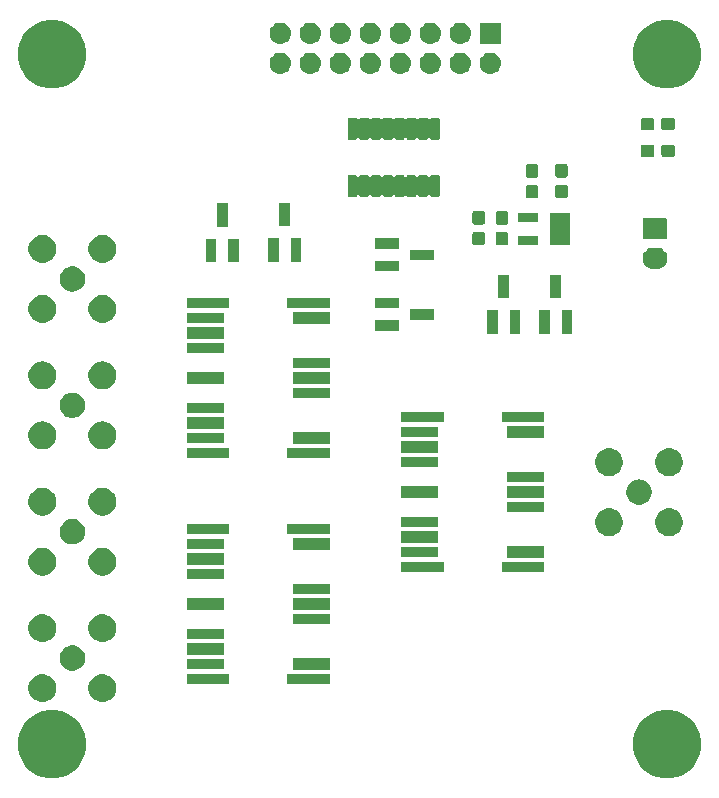
<source format=gbr>
G04 #@! TF.GenerationSoftware,KiCad,Pcbnew,(5.1.2)-2*
G04 #@! TF.CreationDate,2019-07-30T15:31:29+08:00*
G04 #@! TF.ProjectId,HF3,4846332e-6b69-4636-9164-5f7063625858,rev?*
G04 #@! TF.SameCoordinates,Original*
G04 #@! TF.FileFunction,Soldermask,Top*
G04 #@! TF.FilePolarity,Negative*
%FSLAX46Y46*%
G04 Gerber Fmt 4.6, Leading zero omitted, Abs format (unit mm)*
G04 Created by KiCad (PCBNEW (5.1.2)-2) date 2019-07-30 15:31:29*
%MOMM*%
%LPD*%
G04 APERTURE LIST*
%ADD10C,0.100000*%
G04 APERTURE END LIST*
D10*
G36*
X191346189Y-144530483D02*
G01*
X191346192Y-144530484D01*
X191346191Y-144530484D01*
X191874139Y-144749167D01*
X192349280Y-145066646D01*
X192753354Y-145470720D01*
X193070833Y-145945861D01*
X193070834Y-145945863D01*
X193289517Y-146473811D01*
X193401000Y-147034275D01*
X193401000Y-147605725D01*
X193289517Y-148166189D01*
X193289516Y-148166191D01*
X193070833Y-148694139D01*
X192753354Y-149169280D01*
X192349280Y-149573354D01*
X191874139Y-149890833D01*
X191874138Y-149890834D01*
X191874137Y-149890834D01*
X191346189Y-150109517D01*
X190785725Y-150221000D01*
X190214275Y-150221000D01*
X189653811Y-150109517D01*
X189125863Y-149890834D01*
X189125862Y-149890834D01*
X189125861Y-149890833D01*
X188650720Y-149573354D01*
X188246646Y-149169280D01*
X187929167Y-148694139D01*
X187710484Y-148166191D01*
X187710483Y-148166189D01*
X187599000Y-147605725D01*
X187599000Y-147034275D01*
X187710483Y-146473811D01*
X187929166Y-145945863D01*
X187929167Y-145945861D01*
X188246646Y-145470720D01*
X188650720Y-145066646D01*
X189125861Y-144749167D01*
X189653809Y-144530484D01*
X189653808Y-144530484D01*
X189653811Y-144530483D01*
X190214275Y-144419000D01*
X190785725Y-144419000D01*
X191346189Y-144530483D01*
X191346189Y-144530483D01*
G37*
G36*
X139276189Y-144530483D02*
G01*
X139276192Y-144530484D01*
X139276191Y-144530484D01*
X139804139Y-144749167D01*
X140279280Y-145066646D01*
X140683354Y-145470720D01*
X141000833Y-145945861D01*
X141000834Y-145945863D01*
X141219517Y-146473811D01*
X141331000Y-147034275D01*
X141331000Y-147605725D01*
X141219517Y-148166189D01*
X141219516Y-148166191D01*
X141000833Y-148694139D01*
X140683354Y-149169280D01*
X140279280Y-149573354D01*
X139804139Y-149890833D01*
X139804138Y-149890834D01*
X139804137Y-149890834D01*
X139276189Y-150109517D01*
X138715725Y-150221000D01*
X138144275Y-150221000D01*
X137583811Y-150109517D01*
X137055863Y-149890834D01*
X137055862Y-149890834D01*
X137055861Y-149890833D01*
X136580720Y-149573354D01*
X136176646Y-149169280D01*
X135859167Y-148694139D01*
X135640484Y-148166191D01*
X135640483Y-148166189D01*
X135529000Y-147605725D01*
X135529000Y-147034275D01*
X135640483Y-146473811D01*
X135859166Y-145945863D01*
X135859167Y-145945861D01*
X136176646Y-145470720D01*
X136580720Y-145066646D01*
X137055861Y-144749167D01*
X137583809Y-144530484D01*
X137583808Y-144530484D01*
X137583811Y-144530483D01*
X138144275Y-144419000D01*
X138715725Y-144419000D01*
X139276189Y-144530483D01*
X139276189Y-144530483D01*
G37*
G36*
X142878382Y-141407200D02*
G01*
X143040227Y-141439393D01*
X143254245Y-141528042D01*
X143254246Y-141528043D01*
X143446854Y-141656739D01*
X143610661Y-141820546D01*
X143696458Y-141948951D01*
X143739358Y-142013155D01*
X143828007Y-142227173D01*
X143873200Y-142454374D01*
X143873200Y-142686026D01*
X143828007Y-142913227D01*
X143739358Y-143127245D01*
X143739357Y-143127246D01*
X143610661Y-143319854D01*
X143446854Y-143483661D01*
X143318449Y-143569458D01*
X143254245Y-143612358D01*
X143040227Y-143701007D01*
X142888760Y-143731136D01*
X142813027Y-143746200D01*
X142581373Y-143746200D01*
X142505640Y-143731136D01*
X142354173Y-143701007D01*
X142140155Y-143612358D01*
X142075951Y-143569458D01*
X141947546Y-143483661D01*
X141783739Y-143319854D01*
X141655043Y-143127246D01*
X141655042Y-143127245D01*
X141566393Y-142913227D01*
X141521200Y-142686026D01*
X141521200Y-142454374D01*
X141566393Y-142227173D01*
X141655042Y-142013155D01*
X141697942Y-141948951D01*
X141783739Y-141820546D01*
X141947546Y-141656739D01*
X142140154Y-141528043D01*
X142140155Y-141528042D01*
X142354173Y-141439393D01*
X142516018Y-141407200D01*
X142581373Y-141394200D01*
X142813027Y-141394200D01*
X142878382Y-141407200D01*
X142878382Y-141407200D01*
G37*
G36*
X137798382Y-141407200D02*
G01*
X137960227Y-141439393D01*
X138174245Y-141528042D01*
X138174246Y-141528043D01*
X138366854Y-141656739D01*
X138530661Y-141820546D01*
X138616458Y-141948951D01*
X138659358Y-142013155D01*
X138748007Y-142227173D01*
X138793200Y-142454374D01*
X138793200Y-142686026D01*
X138748007Y-142913227D01*
X138659358Y-143127245D01*
X138659357Y-143127246D01*
X138530661Y-143319854D01*
X138366854Y-143483661D01*
X138238449Y-143569458D01*
X138174245Y-143612358D01*
X137960227Y-143701007D01*
X137808760Y-143731136D01*
X137733027Y-143746200D01*
X137501373Y-143746200D01*
X137425640Y-143731136D01*
X137274173Y-143701007D01*
X137060155Y-143612358D01*
X136995951Y-143569458D01*
X136867546Y-143483661D01*
X136703739Y-143319854D01*
X136575043Y-143127246D01*
X136575042Y-143127245D01*
X136486393Y-142913227D01*
X136441200Y-142686026D01*
X136441200Y-142454374D01*
X136486393Y-142227173D01*
X136575042Y-142013155D01*
X136617942Y-141948951D01*
X136703739Y-141820546D01*
X136867546Y-141656739D01*
X137060154Y-141528043D01*
X137060155Y-141528042D01*
X137274173Y-141439393D01*
X137436018Y-141407200D01*
X137501373Y-141394200D01*
X137733027Y-141394200D01*
X137798382Y-141407200D01*
X137798382Y-141407200D01*
G37*
G36*
X161956200Y-142209200D02*
G01*
X158354200Y-142209200D01*
X158354200Y-141407200D01*
X161956200Y-141407200D01*
X161956200Y-142209200D01*
X161956200Y-142209200D01*
G37*
G36*
X153456200Y-142209200D02*
G01*
X149854200Y-142209200D01*
X149854200Y-141407200D01*
X153456200Y-141407200D01*
X153456200Y-142209200D01*
X153456200Y-142209200D01*
G37*
G36*
X140332471Y-138967983D02*
G01*
X140471058Y-138995550D01*
X140666877Y-139076661D01*
X140843110Y-139194416D01*
X140992984Y-139344290D01*
X141110739Y-139520523D01*
X141191850Y-139716342D01*
X141233200Y-139924223D01*
X141233200Y-140136177D01*
X141191850Y-140344058D01*
X141110739Y-140539877D01*
X140992984Y-140716110D01*
X140843110Y-140865984D01*
X140666877Y-140983739D01*
X140471058Y-141064850D01*
X140332471Y-141092417D01*
X140263178Y-141106200D01*
X140051222Y-141106200D01*
X139981929Y-141092417D01*
X139843342Y-141064850D01*
X139647523Y-140983739D01*
X139471290Y-140865984D01*
X139321416Y-140716110D01*
X139203661Y-140539877D01*
X139122550Y-140344058D01*
X139081200Y-140136177D01*
X139081200Y-139924223D01*
X139122550Y-139716342D01*
X139203661Y-139520523D01*
X139321416Y-139344290D01*
X139471290Y-139194416D01*
X139647523Y-139076661D01*
X139843342Y-138995550D01*
X139981929Y-138967983D01*
X140051222Y-138954200D01*
X140263178Y-138954200D01*
X140332471Y-138967983D01*
X140332471Y-138967983D01*
G37*
G36*
X161956200Y-141039200D02*
G01*
X158854200Y-141039200D01*
X158854200Y-140037200D01*
X161956200Y-140037200D01*
X161956200Y-141039200D01*
X161956200Y-141039200D01*
G37*
G36*
X152956200Y-140939200D02*
G01*
X149854200Y-140939200D01*
X149854200Y-140137200D01*
X152956200Y-140137200D01*
X152956200Y-140939200D01*
X152956200Y-140939200D01*
G37*
G36*
X152956200Y-139769200D02*
G01*
X149854200Y-139769200D01*
X149854200Y-138767200D01*
X152956200Y-138767200D01*
X152956200Y-139769200D01*
X152956200Y-139769200D01*
G37*
G36*
X142878382Y-136327200D02*
G01*
X143040227Y-136359393D01*
X143254245Y-136448042D01*
X143254246Y-136448043D01*
X143446854Y-136576739D01*
X143610661Y-136740546D01*
X143696458Y-136868951D01*
X143739358Y-136933155D01*
X143828007Y-137147173D01*
X143873200Y-137374374D01*
X143873200Y-137606026D01*
X143828007Y-137833227D01*
X143739358Y-138047245D01*
X143739357Y-138047246D01*
X143610661Y-138239854D01*
X143446854Y-138403661D01*
X143318449Y-138489458D01*
X143254245Y-138532358D01*
X143040227Y-138621007D01*
X142888760Y-138651136D01*
X142813027Y-138666200D01*
X142581373Y-138666200D01*
X142505640Y-138651136D01*
X142354173Y-138621007D01*
X142140155Y-138532358D01*
X142075951Y-138489458D01*
X141947546Y-138403661D01*
X141783739Y-138239854D01*
X141655043Y-138047246D01*
X141655042Y-138047245D01*
X141566393Y-137833227D01*
X141521200Y-137606026D01*
X141521200Y-137374374D01*
X141566393Y-137147173D01*
X141655042Y-136933155D01*
X141697942Y-136868951D01*
X141783739Y-136740546D01*
X141947546Y-136576739D01*
X142140154Y-136448043D01*
X142140155Y-136448042D01*
X142354173Y-136359393D01*
X142516018Y-136327200D01*
X142581373Y-136314200D01*
X142813027Y-136314200D01*
X142878382Y-136327200D01*
X142878382Y-136327200D01*
G37*
G36*
X137798382Y-136327200D02*
G01*
X137960227Y-136359393D01*
X138174245Y-136448042D01*
X138174246Y-136448043D01*
X138366854Y-136576739D01*
X138530661Y-136740546D01*
X138616458Y-136868951D01*
X138659358Y-136933155D01*
X138748007Y-137147173D01*
X138793200Y-137374374D01*
X138793200Y-137606026D01*
X138748007Y-137833227D01*
X138659358Y-138047245D01*
X138659357Y-138047246D01*
X138530661Y-138239854D01*
X138366854Y-138403661D01*
X138238449Y-138489458D01*
X138174245Y-138532358D01*
X137960227Y-138621007D01*
X137808760Y-138651136D01*
X137733027Y-138666200D01*
X137501373Y-138666200D01*
X137425640Y-138651136D01*
X137274173Y-138621007D01*
X137060155Y-138532358D01*
X136995951Y-138489458D01*
X136867546Y-138403661D01*
X136703739Y-138239854D01*
X136575043Y-138047246D01*
X136575042Y-138047245D01*
X136486393Y-137833227D01*
X136441200Y-137606026D01*
X136441200Y-137374374D01*
X136486393Y-137147173D01*
X136575042Y-136933155D01*
X136617942Y-136868951D01*
X136703739Y-136740546D01*
X136867546Y-136576739D01*
X137060154Y-136448043D01*
X137060155Y-136448042D01*
X137274173Y-136359393D01*
X137436018Y-136327200D01*
X137501373Y-136314200D01*
X137733027Y-136314200D01*
X137798382Y-136327200D01*
X137798382Y-136327200D01*
G37*
G36*
X152956200Y-138399200D02*
G01*
X149854200Y-138399200D01*
X149854200Y-137597200D01*
X152956200Y-137597200D01*
X152956200Y-138399200D01*
X152956200Y-138399200D01*
G37*
G36*
X161956200Y-137129200D02*
G01*
X158854200Y-137129200D01*
X158854200Y-136327200D01*
X161956200Y-136327200D01*
X161956200Y-137129200D01*
X161956200Y-137129200D01*
G37*
G36*
X161956200Y-135959200D02*
G01*
X158854200Y-135959200D01*
X158854200Y-134957200D01*
X161956200Y-134957200D01*
X161956200Y-135959200D01*
X161956200Y-135959200D01*
G37*
G36*
X152956200Y-135959200D02*
G01*
X149854200Y-135959200D01*
X149854200Y-134957200D01*
X152956200Y-134957200D01*
X152956200Y-135959200D01*
X152956200Y-135959200D01*
G37*
G36*
X161956200Y-134589200D02*
G01*
X158854200Y-134589200D01*
X158854200Y-133787200D01*
X161956200Y-133787200D01*
X161956200Y-134589200D01*
X161956200Y-134589200D01*
G37*
G36*
X152956200Y-133319200D02*
G01*
X149854200Y-133319200D01*
X149854200Y-132517200D01*
X152956200Y-132517200D01*
X152956200Y-133319200D01*
X152956200Y-133319200D01*
G37*
G36*
X137808760Y-130707396D02*
G01*
X137960227Y-130737525D01*
X138174245Y-130826174D01*
X138174246Y-130826175D01*
X138366854Y-130954871D01*
X138530661Y-131118678D01*
X138616458Y-131247083D01*
X138659358Y-131311287D01*
X138748007Y-131525305D01*
X138793200Y-131752506D01*
X138793200Y-131984158D01*
X138748007Y-132211359D01*
X138659358Y-132425377D01*
X138659357Y-132425378D01*
X138530661Y-132617986D01*
X138366854Y-132781793D01*
X138238449Y-132867590D01*
X138174245Y-132910490D01*
X137960227Y-132999139D01*
X137808760Y-133029268D01*
X137733027Y-133044332D01*
X137501373Y-133044332D01*
X137425640Y-133029268D01*
X137274173Y-132999139D01*
X137060155Y-132910490D01*
X136995951Y-132867590D01*
X136867546Y-132781793D01*
X136703739Y-132617986D01*
X136575043Y-132425378D01*
X136575042Y-132425377D01*
X136486393Y-132211359D01*
X136441200Y-131984158D01*
X136441200Y-131752506D01*
X136486393Y-131525305D01*
X136575042Y-131311287D01*
X136617942Y-131247083D01*
X136703739Y-131118678D01*
X136867546Y-130954871D01*
X137060154Y-130826175D01*
X137060155Y-130826174D01*
X137274173Y-130737525D01*
X137425640Y-130707396D01*
X137501373Y-130692332D01*
X137733027Y-130692332D01*
X137808760Y-130707396D01*
X137808760Y-130707396D01*
G37*
G36*
X142888760Y-130707396D02*
G01*
X143040227Y-130737525D01*
X143254245Y-130826174D01*
X143254246Y-130826175D01*
X143446854Y-130954871D01*
X143610661Y-131118678D01*
X143696458Y-131247083D01*
X143739358Y-131311287D01*
X143828007Y-131525305D01*
X143873200Y-131752506D01*
X143873200Y-131984158D01*
X143828007Y-132211359D01*
X143739358Y-132425377D01*
X143739357Y-132425378D01*
X143610661Y-132617986D01*
X143446854Y-132781793D01*
X143318449Y-132867590D01*
X143254245Y-132910490D01*
X143040227Y-132999139D01*
X142888760Y-133029268D01*
X142813027Y-133044332D01*
X142581373Y-133044332D01*
X142505640Y-133029268D01*
X142354173Y-132999139D01*
X142140155Y-132910490D01*
X142075951Y-132867590D01*
X141947546Y-132781793D01*
X141783739Y-132617986D01*
X141655043Y-132425378D01*
X141655042Y-132425377D01*
X141566393Y-132211359D01*
X141521200Y-131984158D01*
X141521200Y-131752506D01*
X141566393Y-131525305D01*
X141655042Y-131311287D01*
X141697942Y-131247083D01*
X141783739Y-131118678D01*
X141947546Y-130954871D01*
X142140154Y-130826175D01*
X142140155Y-130826174D01*
X142354173Y-130737525D01*
X142505640Y-130707396D01*
X142581373Y-130692332D01*
X142813027Y-130692332D01*
X142888760Y-130707396D01*
X142888760Y-130707396D01*
G37*
G36*
X171591800Y-132735000D02*
G01*
X167989800Y-132735000D01*
X167989800Y-131933000D01*
X171591800Y-131933000D01*
X171591800Y-132735000D01*
X171591800Y-132735000D01*
G37*
G36*
X180091800Y-132735000D02*
G01*
X176489800Y-132735000D01*
X176489800Y-131933000D01*
X180091800Y-131933000D01*
X180091800Y-132735000D01*
X180091800Y-132735000D01*
G37*
G36*
X152956200Y-132149200D02*
G01*
X149854200Y-132149200D01*
X149854200Y-131147200D01*
X152956200Y-131147200D01*
X152956200Y-132149200D01*
X152956200Y-132149200D01*
G37*
G36*
X180091800Y-131565000D02*
G01*
X176989800Y-131565000D01*
X176989800Y-130563000D01*
X180091800Y-130563000D01*
X180091800Y-131565000D01*
X180091800Y-131565000D01*
G37*
G36*
X171091800Y-131465000D02*
G01*
X167989800Y-131465000D01*
X167989800Y-130663000D01*
X171091800Y-130663000D01*
X171091800Y-131465000D01*
X171091800Y-131465000D01*
G37*
G36*
X161956200Y-130879200D02*
G01*
X158854200Y-130879200D01*
X158854200Y-129877200D01*
X161956200Y-129877200D01*
X161956200Y-130879200D01*
X161956200Y-130879200D01*
G37*
G36*
X152956200Y-130779200D02*
G01*
X149854200Y-130779200D01*
X149854200Y-129977200D01*
X152956200Y-129977200D01*
X152956200Y-130779200D01*
X152956200Y-130779200D01*
G37*
G36*
X140332471Y-128266115D02*
G01*
X140471058Y-128293682D01*
X140666877Y-128374793D01*
X140843110Y-128492548D01*
X140992984Y-128642422D01*
X141110739Y-128818655D01*
X141191850Y-129014474D01*
X141191850Y-129014476D01*
X141233200Y-129222354D01*
X141233200Y-129434310D01*
X141232573Y-129437461D01*
X141191850Y-129642190D01*
X141110739Y-129838009D01*
X140992984Y-130014242D01*
X140843110Y-130164116D01*
X140666877Y-130281871D01*
X140471058Y-130362982D01*
X140332471Y-130390549D01*
X140263178Y-130404332D01*
X140051222Y-130404332D01*
X139981929Y-130390549D01*
X139843342Y-130362982D01*
X139647523Y-130281871D01*
X139471290Y-130164116D01*
X139321416Y-130014242D01*
X139203661Y-129838009D01*
X139122550Y-129642190D01*
X139081827Y-129437461D01*
X139081200Y-129434310D01*
X139081200Y-129222354D01*
X139122550Y-129014476D01*
X139122550Y-129014474D01*
X139203661Y-128818655D01*
X139321416Y-128642422D01*
X139471290Y-128492548D01*
X139647523Y-128374793D01*
X139843342Y-128293682D01*
X139981929Y-128266115D01*
X140051222Y-128252332D01*
X140263178Y-128252332D01*
X140332471Y-128266115D01*
X140332471Y-128266115D01*
G37*
G36*
X171091800Y-130295000D02*
G01*
X167989800Y-130295000D01*
X167989800Y-129293000D01*
X171091800Y-129293000D01*
X171091800Y-130295000D01*
X171091800Y-130295000D01*
G37*
G36*
X190869360Y-127363064D02*
G01*
X191020827Y-127393193D01*
X191234845Y-127481842D01*
X191234846Y-127481843D01*
X191427454Y-127610539D01*
X191591261Y-127774346D01*
X191628774Y-127830489D01*
X191719958Y-127966955D01*
X191808607Y-128180973D01*
X191853800Y-128408174D01*
X191853800Y-128639826D01*
X191808607Y-128867027D01*
X191719958Y-129081045D01*
X191719957Y-129081046D01*
X191591261Y-129273654D01*
X191427454Y-129437461D01*
X191299049Y-129523258D01*
X191234845Y-129566158D01*
X191020827Y-129654807D01*
X190869360Y-129684936D01*
X190793627Y-129700000D01*
X190561973Y-129700000D01*
X190486240Y-129684936D01*
X190334773Y-129654807D01*
X190120755Y-129566158D01*
X190056551Y-129523258D01*
X189928146Y-129437461D01*
X189764339Y-129273654D01*
X189635643Y-129081046D01*
X189635642Y-129081045D01*
X189546993Y-128867027D01*
X189501800Y-128639826D01*
X189501800Y-128408174D01*
X189546993Y-128180973D01*
X189635642Y-127966955D01*
X189726826Y-127830489D01*
X189764339Y-127774346D01*
X189928146Y-127610539D01*
X190120754Y-127481843D01*
X190120755Y-127481842D01*
X190334773Y-127393193D01*
X190486240Y-127363064D01*
X190561973Y-127348000D01*
X190793627Y-127348000D01*
X190869360Y-127363064D01*
X190869360Y-127363064D01*
G37*
G36*
X185789360Y-127363064D02*
G01*
X185940827Y-127393193D01*
X186154845Y-127481842D01*
X186154846Y-127481843D01*
X186347454Y-127610539D01*
X186511261Y-127774346D01*
X186548774Y-127830489D01*
X186639958Y-127966955D01*
X186728607Y-128180973D01*
X186773800Y-128408174D01*
X186773800Y-128639826D01*
X186728607Y-128867027D01*
X186639958Y-129081045D01*
X186639957Y-129081046D01*
X186511261Y-129273654D01*
X186347454Y-129437461D01*
X186219049Y-129523258D01*
X186154845Y-129566158D01*
X185940827Y-129654807D01*
X185789360Y-129684936D01*
X185713627Y-129700000D01*
X185481973Y-129700000D01*
X185406240Y-129684936D01*
X185254773Y-129654807D01*
X185040755Y-129566158D01*
X184976551Y-129523258D01*
X184848146Y-129437461D01*
X184684339Y-129273654D01*
X184555643Y-129081046D01*
X184555642Y-129081045D01*
X184466993Y-128867027D01*
X184421800Y-128639826D01*
X184421800Y-128408174D01*
X184466993Y-128180973D01*
X184555642Y-127966955D01*
X184646826Y-127830489D01*
X184684339Y-127774346D01*
X184848146Y-127610539D01*
X185040754Y-127481843D01*
X185040755Y-127481842D01*
X185254773Y-127393193D01*
X185406240Y-127363064D01*
X185481973Y-127348000D01*
X185713627Y-127348000D01*
X185789360Y-127363064D01*
X185789360Y-127363064D01*
G37*
G36*
X153456200Y-129509200D02*
G01*
X149854200Y-129509200D01*
X149854200Y-128707200D01*
X153456200Y-128707200D01*
X153456200Y-129509200D01*
X153456200Y-129509200D01*
G37*
G36*
X161956200Y-129509200D02*
G01*
X158354200Y-129509200D01*
X158354200Y-128707200D01*
X161956200Y-128707200D01*
X161956200Y-129509200D01*
X161956200Y-129509200D01*
G37*
G36*
X171091800Y-128925000D02*
G01*
X167989800Y-128925000D01*
X167989800Y-128123000D01*
X171091800Y-128123000D01*
X171091800Y-128925000D01*
X171091800Y-128925000D01*
G37*
G36*
X142888760Y-125627396D02*
G01*
X143040227Y-125657525D01*
X143254245Y-125746174D01*
X143254246Y-125746175D01*
X143446854Y-125874871D01*
X143610661Y-126038678D01*
X143644938Y-126089978D01*
X143739358Y-126231287D01*
X143828007Y-126445305D01*
X143873200Y-126672506D01*
X143873200Y-126904158D01*
X143828007Y-127131359D01*
X143739358Y-127345377D01*
X143739357Y-127345378D01*
X143610661Y-127537986D01*
X143446854Y-127701793D01*
X143338273Y-127774344D01*
X143254245Y-127830490D01*
X143040227Y-127919139D01*
X142888760Y-127949268D01*
X142813027Y-127964332D01*
X142581373Y-127964332D01*
X142505640Y-127949268D01*
X142354173Y-127919139D01*
X142140155Y-127830490D01*
X142056127Y-127774344D01*
X141947546Y-127701793D01*
X141783739Y-127537986D01*
X141655043Y-127345378D01*
X141655042Y-127345377D01*
X141566393Y-127131359D01*
X141521200Y-126904158D01*
X141521200Y-126672506D01*
X141566393Y-126445305D01*
X141655042Y-126231287D01*
X141749462Y-126089978D01*
X141783739Y-126038678D01*
X141947546Y-125874871D01*
X142140154Y-125746175D01*
X142140155Y-125746174D01*
X142354173Y-125657525D01*
X142505640Y-125627396D01*
X142581373Y-125612332D01*
X142813027Y-125612332D01*
X142888760Y-125627396D01*
X142888760Y-125627396D01*
G37*
G36*
X137808760Y-125627396D02*
G01*
X137960227Y-125657525D01*
X138174245Y-125746174D01*
X138174246Y-125746175D01*
X138366854Y-125874871D01*
X138530661Y-126038678D01*
X138564938Y-126089978D01*
X138659358Y-126231287D01*
X138748007Y-126445305D01*
X138793200Y-126672506D01*
X138793200Y-126904158D01*
X138748007Y-127131359D01*
X138659358Y-127345377D01*
X138659357Y-127345378D01*
X138530661Y-127537986D01*
X138366854Y-127701793D01*
X138258273Y-127774344D01*
X138174245Y-127830490D01*
X137960227Y-127919139D01*
X137808760Y-127949268D01*
X137733027Y-127964332D01*
X137501373Y-127964332D01*
X137425640Y-127949268D01*
X137274173Y-127919139D01*
X137060155Y-127830490D01*
X136976127Y-127774344D01*
X136867546Y-127701793D01*
X136703739Y-127537986D01*
X136575043Y-127345378D01*
X136575042Y-127345377D01*
X136486393Y-127131359D01*
X136441200Y-126904158D01*
X136441200Y-126672506D01*
X136486393Y-126445305D01*
X136575042Y-126231287D01*
X136669462Y-126089978D01*
X136703739Y-126038678D01*
X136867546Y-125874871D01*
X137060154Y-125746175D01*
X137060155Y-125746174D01*
X137274173Y-125657525D01*
X137425640Y-125627396D01*
X137501373Y-125612332D01*
X137733027Y-125612332D01*
X137808760Y-125627396D01*
X137808760Y-125627396D01*
G37*
G36*
X180091800Y-127655000D02*
G01*
X176989800Y-127655000D01*
X176989800Y-126853000D01*
X180091800Y-126853000D01*
X180091800Y-127655000D01*
X180091800Y-127655000D01*
G37*
G36*
X188313071Y-124921783D02*
G01*
X188451658Y-124949350D01*
X188647477Y-125030461D01*
X188823710Y-125148216D01*
X188973584Y-125298090D01*
X189091339Y-125474323D01*
X189172450Y-125670142D01*
X189187574Y-125746175D01*
X189213174Y-125874873D01*
X189213800Y-125878023D01*
X189213800Y-126089977D01*
X189172450Y-126297858D01*
X189091339Y-126493677D01*
X188973584Y-126669910D01*
X188823710Y-126819784D01*
X188647477Y-126937539D01*
X188451658Y-127018650D01*
X188313071Y-127046217D01*
X188243778Y-127060000D01*
X188031822Y-127060000D01*
X187962529Y-127046217D01*
X187823942Y-127018650D01*
X187628123Y-126937539D01*
X187451890Y-126819784D01*
X187302016Y-126669910D01*
X187184261Y-126493677D01*
X187103150Y-126297858D01*
X187061800Y-126089977D01*
X187061800Y-125878023D01*
X187062427Y-125874873D01*
X187088026Y-125746175D01*
X187103150Y-125670142D01*
X187184261Y-125474323D01*
X187302016Y-125298090D01*
X187451890Y-125148216D01*
X187628123Y-125030461D01*
X187823942Y-124949350D01*
X187962529Y-124921783D01*
X188031822Y-124908000D01*
X188243778Y-124908000D01*
X188313071Y-124921783D01*
X188313071Y-124921783D01*
G37*
G36*
X171091800Y-126485000D02*
G01*
X167989800Y-126485000D01*
X167989800Y-125483000D01*
X171091800Y-125483000D01*
X171091800Y-126485000D01*
X171091800Y-126485000D01*
G37*
G36*
X180091800Y-126485000D02*
G01*
X176989800Y-126485000D01*
X176989800Y-125483000D01*
X180091800Y-125483000D01*
X180091800Y-126485000D01*
X180091800Y-126485000D01*
G37*
G36*
X180091800Y-125115000D02*
G01*
X176989800Y-125115000D01*
X176989800Y-124313000D01*
X180091800Y-124313000D01*
X180091800Y-125115000D01*
X180091800Y-125115000D01*
G37*
G36*
X190858982Y-122281000D02*
G01*
X191020827Y-122313193D01*
X191234845Y-122401842D01*
X191234846Y-122401843D01*
X191427454Y-122530539D01*
X191591261Y-122694346D01*
X191677058Y-122822751D01*
X191719958Y-122886955D01*
X191808607Y-123100973D01*
X191853800Y-123328174D01*
X191853800Y-123559826D01*
X191808607Y-123787027D01*
X191719958Y-124001045D01*
X191719957Y-124001046D01*
X191591261Y-124193654D01*
X191427454Y-124357461D01*
X191299049Y-124443258D01*
X191234845Y-124486158D01*
X191020827Y-124574807D01*
X190869360Y-124604936D01*
X190793627Y-124620000D01*
X190561973Y-124620000D01*
X190486240Y-124604936D01*
X190334773Y-124574807D01*
X190120755Y-124486158D01*
X190056551Y-124443258D01*
X189928146Y-124357461D01*
X189764339Y-124193654D01*
X189635643Y-124001046D01*
X189635642Y-124001045D01*
X189546993Y-123787027D01*
X189501800Y-123559826D01*
X189501800Y-123328174D01*
X189546993Y-123100973D01*
X189635642Y-122886955D01*
X189678542Y-122822751D01*
X189764339Y-122694346D01*
X189928146Y-122530539D01*
X190120754Y-122401843D01*
X190120755Y-122401842D01*
X190334773Y-122313193D01*
X190496618Y-122281000D01*
X190561973Y-122268000D01*
X190793627Y-122268000D01*
X190858982Y-122281000D01*
X190858982Y-122281000D01*
G37*
G36*
X185778982Y-122281000D02*
G01*
X185940827Y-122313193D01*
X186154845Y-122401842D01*
X186154846Y-122401843D01*
X186347454Y-122530539D01*
X186511261Y-122694346D01*
X186597058Y-122822751D01*
X186639958Y-122886955D01*
X186728607Y-123100973D01*
X186773800Y-123328174D01*
X186773800Y-123559826D01*
X186728607Y-123787027D01*
X186639958Y-124001045D01*
X186639957Y-124001046D01*
X186511261Y-124193654D01*
X186347454Y-124357461D01*
X186219049Y-124443258D01*
X186154845Y-124486158D01*
X185940827Y-124574807D01*
X185789360Y-124604936D01*
X185713627Y-124620000D01*
X185481973Y-124620000D01*
X185406240Y-124604936D01*
X185254773Y-124574807D01*
X185040755Y-124486158D01*
X184976551Y-124443258D01*
X184848146Y-124357461D01*
X184684339Y-124193654D01*
X184555643Y-124001046D01*
X184555642Y-124001045D01*
X184466993Y-123787027D01*
X184421800Y-123559826D01*
X184421800Y-123328174D01*
X184466993Y-123100973D01*
X184555642Y-122886955D01*
X184598542Y-122822751D01*
X184684339Y-122694346D01*
X184848146Y-122530539D01*
X185040754Y-122401843D01*
X185040755Y-122401842D01*
X185254773Y-122313193D01*
X185416618Y-122281000D01*
X185481973Y-122268000D01*
X185713627Y-122268000D01*
X185778982Y-122281000D01*
X185778982Y-122281000D01*
G37*
G36*
X171091800Y-123845000D02*
G01*
X167989800Y-123845000D01*
X167989800Y-123043000D01*
X171091800Y-123043000D01*
X171091800Y-123845000D01*
X171091800Y-123845000D01*
G37*
G36*
X153456200Y-123083000D02*
G01*
X149854200Y-123083000D01*
X149854200Y-122281000D01*
X153456200Y-122281000D01*
X153456200Y-123083000D01*
X153456200Y-123083000D01*
G37*
G36*
X161956200Y-123083000D02*
G01*
X158354200Y-123083000D01*
X158354200Y-122281000D01*
X161956200Y-122281000D01*
X161956200Y-123083000D01*
X161956200Y-123083000D01*
G37*
G36*
X171091800Y-122675000D02*
G01*
X167989800Y-122675000D01*
X167989800Y-121673000D01*
X171091800Y-121673000D01*
X171091800Y-122675000D01*
X171091800Y-122675000D01*
G37*
G36*
X137808760Y-120005530D02*
G01*
X137960227Y-120035659D01*
X138174245Y-120124308D01*
X138174246Y-120124309D01*
X138366854Y-120253005D01*
X138530661Y-120416812D01*
X138588250Y-120503000D01*
X138659358Y-120609421D01*
X138748007Y-120823439D01*
X138793200Y-121050640D01*
X138793200Y-121282292D01*
X138748007Y-121509493D01*
X138659358Y-121723511D01*
X138659357Y-121723512D01*
X138530661Y-121916120D01*
X138366854Y-122079927D01*
X138238449Y-122165724D01*
X138174245Y-122208624D01*
X137960227Y-122297273D01*
X137808760Y-122327402D01*
X137733027Y-122342466D01*
X137501373Y-122342466D01*
X137425640Y-122327402D01*
X137274173Y-122297273D01*
X137060155Y-122208624D01*
X136995951Y-122165724D01*
X136867546Y-122079927D01*
X136703739Y-121916120D01*
X136575043Y-121723512D01*
X136575042Y-121723511D01*
X136486393Y-121509493D01*
X136441200Y-121282292D01*
X136441200Y-121050640D01*
X136486393Y-120823439D01*
X136575042Y-120609421D01*
X136646150Y-120503000D01*
X136703739Y-120416812D01*
X136867546Y-120253005D01*
X137060154Y-120124309D01*
X137060155Y-120124308D01*
X137274173Y-120035659D01*
X137425640Y-120005530D01*
X137501373Y-119990466D01*
X137733027Y-119990466D01*
X137808760Y-120005530D01*
X137808760Y-120005530D01*
G37*
G36*
X142888760Y-120005530D02*
G01*
X143040227Y-120035659D01*
X143254245Y-120124308D01*
X143254246Y-120124309D01*
X143446854Y-120253005D01*
X143610661Y-120416812D01*
X143668250Y-120503000D01*
X143739358Y-120609421D01*
X143828007Y-120823439D01*
X143873200Y-121050640D01*
X143873200Y-121282292D01*
X143828007Y-121509493D01*
X143739358Y-121723511D01*
X143739357Y-121723512D01*
X143610661Y-121916120D01*
X143446854Y-122079927D01*
X143318449Y-122165724D01*
X143254245Y-122208624D01*
X143040227Y-122297273D01*
X142888760Y-122327402D01*
X142813027Y-122342466D01*
X142581373Y-122342466D01*
X142505640Y-122327402D01*
X142354173Y-122297273D01*
X142140155Y-122208624D01*
X142075951Y-122165724D01*
X141947546Y-122079927D01*
X141783739Y-121916120D01*
X141655043Y-121723512D01*
X141655042Y-121723511D01*
X141566393Y-121509493D01*
X141521200Y-121282292D01*
X141521200Y-121050640D01*
X141566393Y-120823439D01*
X141655042Y-120609421D01*
X141726150Y-120503000D01*
X141783739Y-120416812D01*
X141947546Y-120253005D01*
X142140154Y-120124309D01*
X142140155Y-120124308D01*
X142354173Y-120035659D01*
X142505640Y-120005530D01*
X142581373Y-119990466D01*
X142813027Y-119990466D01*
X142888760Y-120005530D01*
X142888760Y-120005530D01*
G37*
G36*
X161956200Y-121913000D02*
G01*
X158854200Y-121913000D01*
X158854200Y-120911000D01*
X161956200Y-120911000D01*
X161956200Y-121913000D01*
X161956200Y-121913000D01*
G37*
G36*
X152956200Y-121813000D02*
G01*
X149854200Y-121813000D01*
X149854200Y-121011000D01*
X152956200Y-121011000D01*
X152956200Y-121813000D01*
X152956200Y-121813000D01*
G37*
G36*
X180091800Y-121405000D02*
G01*
X176989800Y-121405000D01*
X176989800Y-120403000D01*
X180091800Y-120403000D01*
X180091800Y-121405000D01*
X180091800Y-121405000D01*
G37*
G36*
X171091800Y-121305000D02*
G01*
X167989800Y-121305000D01*
X167989800Y-120503000D01*
X171091800Y-120503000D01*
X171091800Y-121305000D01*
X171091800Y-121305000D01*
G37*
G36*
X152956200Y-120643000D02*
G01*
X149854200Y-120643000D01*
X149854200Y-119641000D01*
X152956200Y-119641000D01*
X152956200Y-120643000D01*
X152956200Y-120643000D01*
G37*
G36*
X171591800Y-120035000D02*
G01*
X167989800Y-120035000D01*
X167989800Y-119233000D01*
X171591800Y-119233000D01*
X171591800Y-120035000D01*
X171591800Y-120035000D01*
G37*
G36*
X180091800Y-120035000D02*
G01*
X176489800Y-120035000D01*
X176489800Y-119233000D01*
X180091800Y-119233000D01*
X180091800Y-120035000D01*
X180091800Y-120035000D01*
G37*
G36*
X140332471Y-117564249D02*
G01*
X140471058Y-117591816D01*
X140666877Y-117672927D01*
X140843110Y-117790682D01*
X140992984Y-117940556D01*
X141110739Y-118116789D01*
X141191850Y-118312608D01*
X141233200Y-118520489D01*
X141233200Y-118732443D01*
X141191850Y-118940324D01*
X141110739Y-119136143D01*
X140992984Y-119312376D01*
X140843110Y-119462250D01*
X140666877Y-119580005D01*
X140471058Y-119661116D01*
X140332471Y-119688683D01*
X140263178Y-119702466D01*
X140051222Y-119702466D01*
X139981929Y-119688683D01*
X139843342Y-119661116D01*
X139647523Y-119580005D01*
X139471290Y-119462250D01*
X139321416Y-119312376D01*
X139203661Y-119136143D01*
X139122550Y-118940324D01*
X139081200Y-118732443D01*
X139081200Y-118520489D01*
X139122550Y-118312608D01*
X139203661Y-118116789D01*
X139321416Y-117940556D01*
X139471290Y-117790682D01*
X139647523Y-117672927D01*
X139843342Y-117591816D01*
X139981929Y-117564249D01*
X140051222Y-117550466D01*
X140263178Y-117550466D01*
X140332471Y-117564249D01*
X140332471Y-117564249D01*
G37*
G36*
X152956200Y-119273000D02*
G01*
X149854200Y-119273000D01*
X149854200Y-118471000D01*
X152956200Y-118471000D01*
X152956200Y-119273000D01*
X152956200Y-119273000D01*
G37*
G36*
X161956200Y-118003000D02*
G01*
X158854200Y-118003000D01*
X158854200Y-117201000D01*
X161956200Y-117201000D01*
X161956200Y-118003000D01*
X161956200Y-118003000D01*
G37*
G36*
X137808760Y-114925530D02*
G01*
X137960227Y-114955659D01*
X138174245Y-115044308D01*
X138174246Y-115044309D01*
X138366854Y-115173005D01*
X138530661Y-115336812D01*
X138614977Y-115463000D01*
X138659358Y-115529421D01*
X138748007Y-115743439D01*
X138793200Y-115970640D01*
X138793200Y-116202292D01*
X138748007Y-116429493D01*
X138659358Y-116643511D01*
X138659357Y-116643512D01*
X138530661Y-116836120D01*
X138366854Y-116999927D01*
X138238449Y-117085724D01*
X138174245Y-117128624D01*
X137960227Y-117217273D01*
X137808760Y-117247402D01*
X137733027Y-117262466D01*
X137501373Y-117262466D01*
X137425640Y-117247402D01*
X137274173Y-117217273D01*
X137060155Y-117128624D01*
X136995951Y-117085724D01*
X136867546Y-116999927D01*
X136703739Y-116836120D01*
X136575043Y-116643512D01*
X136575042Y-116643511D01*
X136486393Y-116429493D01*
X136441200Y-116202292D01*
X136441200Y-115970640D01*
X136486393Y-115743439D01*
X136575042Y-115529421D01*
X136619423Y-115463000D01*
X136703739Y-115336812D01*
X136867546Y-115173005D01*
X137060154Y-115044309D01*
X137060155Y-115044308D01*
X137274173Y-114955659D01*
X137425640Y-114925530D01*
X137501373Y-114910466D01*
X137733027Y-114910466D01*
X137808760Y-114925530D01*
X137808760Y-114925530D01*
G37*
G36*
X142888760Y-114925530D02*
G01*
X143040227Y-114955659D01*
X143254245Y-115044308D01*
X143254246Y-115044309D01*
X143446854Y-115173005D01*
X143610661Y-115336812D01*
X143694977Y-115463000D01*
X143739358Y-115529421D01*
X143828007Y-115743439D01*
X143873200Y-115970640D01*
X143873200Y-116202292D01*
X143828007Y-116429493D01*
X143739358Y-116643511D01*
X143739357Y-116643512D01*
X143610661Y-116836120D01*
X143446854Y-116999927D01*
X143318449Y-117085724D01*
X143254245Y-117128624D01*
X143040227Y-117217273D01*
X142888760Y-117247402D01*
X142813027Y-117262466D01*
X142581373Y-117262466D01*
X142505640Y-117247402D01*
X142354173Y-117217273D01*
X142140155Y-117128624D01*
X142075951Y-117085724D01*
X141947546Y-116999927D01*
X141783739Y-116836120D01*
X141655043Y-116643512D01*
X141655042Y-116643511D01*
X141566393Y-116429493D01*
X141521200Y-116202292D01*
X141521200Y-115970640D01*
X141566393Y-115743439D01*
X141655042Y-115529421D01*
X141699423Y-115463000D01*
X141783739Y-115336812D01*
X141947546Y-115173005D01*
X142140154Y-115044309D01*
X142140155Y-115044308D01*
X142354173Y-114955659D01*
X142505640Y-114925530D01*
X142581373Y-114910466D01*
X142813027Y-114910466D01*
X142888760Y-114925530D01*
X142888760Y-114925530D01*
G37*
G36*
X152956200Y-116833000D02*
G01*
X149854200Y-116833000D01*
X149854200Y-115831000D01*
X152956200Y-115831000D01*
X152956200Y-116833000D01*
X152956200Y-116833000D01*
G37*
G36*
X161956200Y-116833000D02*
G01*
X158854200Y-116833000D01*
X158854200Y-115831000D01*
X161956200Y-115831000D01*
X161956200Y-116833000D01*
X161956200Y-116833000D01*
G37*
G36*
X161956200Y-115463000D02*
G01*
X158854200Y-115463000D01*
X158854200Y-114661000D01*
X161956200Y-114661000D01*
X161956200Y-115463000D01*
X161956200Y-115463000D01*
G37*
G36*
X152956200Y-114193000D02*
G01*
X149854200Y-114193000D01*
X149854200Y-113391000D01*
X152956200Y-113391000D01*
X152956200Y-114193000D01*
X152956200Y-114193000D01*
G37*
G36*
X152956200Y-113023000D02*
G01*
X149854200Y-113023000D01*
X149854200Y-112021000D01*
X152956200Y-112021000D01*
X152956200Y-113023000D01*
X152956200Y-113023000D01*
G37*
G36*
X178083400Y-112559200D02*
G01*
X177181400Y-112559200D01*
X177181400Y-110557200D01*
X178083400Y-110557200D01*
X178083400Y-112559200D01*
X178083400Y-112559200D01*
G37*
G36*
X176183400Y-112559200D02*
G01*
X175281400Y-112559200D01*
X175281400Y-110557200D01*
X176183400Y-110557200D01*
X176183400Y-112559200D01*
X176183400Y-112559200D01*
G37*
G36*
X182477600Y-112559200D02*
G01*
X181575600Y-112559200D01*
X181575600Y-110557200D01*
X182477600Y-110557200D01*
X182477600Y-112559200D01*
X182477600Y-112559200D01*
G37*
G36*
X180577600Y-112559200D02*
G01*
X179675600Y-112559200D01*
X179675600Y-110557200D01*
X180577600Y-110557200D01*
X180577600Y-112559200D01*
X180577600Y-112559200D01*
G37*
G36*
X167776000Y-112322800D02*
G01*
X165774000Y-112322800D01*
X165774000Y-111420800D01*
X167776000Y-111420800D01*
X167776000Y-112322800D01*
X167776000Y-112322800D01*
G37*
G36*
X161956200Y-111753000D02*
G01*
X158854200Y-111753000D01*
X158854200Y-110751000D01*
X161956200Y-110751000D01*
X161956200Y-111753000D01*
X161956200Y-111753000D01*
G37*
G36*
X152956200Y-111653000D02*
G01*
X149854200Y-111653000D01*
X149854200Y-110851000D01*
X152956200Y-110851000D01*
X152956200Y-111653000D01*
X152956200Y-111653000D01*
G37*
G36*
X142888760Y-109303664D02*
G01*
X143040227Y-109333793D01*
X143254245Y-109422442D01*
X143254246Y-109422443D01*
X143446854Y-109551139D01*
X143610661Y-109714946D01*
X143696458Y-109843351D01*
X143739358Y-109907555D01*
X143828007Y-110121573D01*
X143873200Y-110348774D01*
X143873200Y-110580426D01*
X143828007Y-110807627D01*
X143739358Y-111021645D01*
X143739357Y-111021646D01*
X143610661Y-111214254D01*
X143446854Y-111378061D01*
X143382890Y-111420800D01*
X143254245Y-111506758D01*
X143040227Y-111595407D01*
X142888760Y-111625536D01*
X142813027Y-111640600D01*
X142581373Y-111640600D01*
X142505640Y-111625536D01*
X142354173Y-111595407D01*
X142140155Y-111506758D01*
X142011510Y-111420800D01*
X141947546Y-111378061D01*
X141783739Y-111214254D01*
X141655043Y-111021646D01*
X141655042Y-111021645D01*
X141566393Y-110807627D01*
X141521200Y-110580426D01*
X141521200Y-110348774D01*
X141566393Y-110121573D01*
X141655042Y-109907555D01*
X141697942Y-109843351D01*
X141783739Y-109714946D01*
X141947546Y-109551139D01*
X142140154Y-109422443D01*
X142140155Y-109422442D01*
X142354173Y-109333793D01*
X142505640Y-109303664D01*
X142581373Y-109288600D01*
X142813027Y-109288600D01*
X142888760Y-109303664D01*
X142888760Y-109303664D01*
G37*
G36*
X137808760Y-109303664D02*
G01*
X137960227Y-109333793D01*
X138174245Y-109422442D01*
X138174246Y-109422443D01*
X138366854Y-109551139D01*
X138530661Y-109714946D01*
X138616458Y-109843351D01*
X138659358Y-109907555D01*
X138748007Y-110121573D01*
X138793200Y-110348774D01*
X138793200Y-110580426D01*
X138748007Y-110807627D01*
X138659358Y-111021645D01*
X138659357Y-111021646D01*
X138530661Y-111214254D01*
X138366854Y-111378061D01*
X138302890Y-111420800D01*
X138174245Y-111506758D01*
X137960227Y-111595407D01*
X137808760Y-111625536D01*
X137733027Y-111640600D01*
X137501373Y-111640600D01*
X137425640Y-111625536D01*
X137274173Y-111595407D01*
X137060155Y-111506758D01*
X136931510Y-111420800D01*
X136867546Y-111378061D01*
X136703739Y-111214254D01*
X136575043Y-111021646D01*
X136575042Y-111021645D01*
X136486393Y-110807627D01*
X136441200Y-110580426D01*
X136441200Y-110348774D01*
X136486393Y-110121573D01*
X136575042Y-109907555D01*
X136617942Y-109843351D01*
X136703739Y-109714946D01*
X136867546Y-109551139D01*
X137060154Y-109422443D01*
X137060155Y-109422442D01*
X137274173Y-109333793D01*
X137425640Y-109303664D01*
X137501373Y-109288600D01*
X137733027Y-109288600D01*
X137808760Y-109303664D01*
X137808760Y-109303664D01*
G37*
G36*
X170776000Y-111372800D02*
G01*
X168774000Y-111372800D01*
X168774000Y-110470800D01*
X170776000Y-110470800D01*
X170776000Y-111372800D01*
X170776000Y-111372800D01*
G37*
G36*
X167776000Y-110422800D02*
G01*
X165774000Y-110422800D01*
X165774000Y-109520800D01*
X167776000Y-109520800D01*
X167776000Y-110422800D01*
X167776000Y-110422800D01*
G37*
G36*
X153456200Y-110383000D02*
G01*
X149854200Y-110383000D01*
X149854200Y-109581000D01*
X153456200Y-109581000D01*
X153456200Y-110383000D01*
X153456200Y-110383000D01*
G37*
G36*
X161956200Y-110383000D02*
G01*
X158354200Y-110383000D01*
X158354200Y-109581000D01*
X161956200Y-109581000D01*
X161956200Y-110383000D01*
X161956200Y-110383000D01*
G37*
G36*
X177133400Y-109559200D02*
G01*
X176231400Y-109559200D01*
X176231400Y-107557200D01*
X177133400Y-107557200D01*
X177133400Y-109559200D01*
X177133400Y-109559200D01*
G37*
G36*
X181527600Y-109559200D02*
G01*
X180625600Y-109559200D01*
X180625600Y-107557200D01*
X181527600Y-107557200D01*
X181527600Y-109559200D01*
X181527600Y-109559200D01*
G37*
G36*
X140332471Y-106862383D02*
G01*
X140471058Y-106889950D01*
X140666877Y-106971061D01*
X140843110Y-107088816D01*
X140992984Y-107238690D01*
X141110739Y-107414923D01*
X141191850Y-107610742D01*
X141233200Y-107818623D01*
X141233200Y-108030577D01*
X141191850Y-108238458D01*
X141110739Y-108434277D01*
X140992984Y-108610510D01*
X140843110Y-108760384D01*
X140666877Y-108878139D01*
X140471058Y-108959250D01*
X140332471Y-108986817D01*
X140263178Y-109000600D01*
X140051222Y-109000600D01*
X139981929Y-108986817D01*
X139843342Y-108959250D01*
X139647523Y-108878139D01*
X139471290Y-108760384D01*
X139321416Y-108610510D01*
X139203661Y-108434277D01*
X139122550Y-108238458D01*
X139081200Y-108030577D01*
X139081200Y-107818623D01*
X139122550Y-107610742D01*
X139203661Y-107414923D01*
X139321416Y-107238690D01*
X139471290Y-107088816D01*
X139647523Y-106971061D01*
X139843342Y-106889950D01*
X139981929Y-106862383D01*
X140051222Y-106848600D01*
X140263178Y-106848600D01*
X140332471Y-106862383D01*
X140332471Y-106862383D01*
G37*
G36*
X167776000Y-107293600D02*
G01*
X165774000Y-107293600D01*
X165774000Y-106391600D01*
X167776000Y-106391600D01*
X167776000Y-107293600D01*
X167776000Y-107293600D01*
G37*
G36*
X189744442Y-105288318D02*
G01*
X189810627Y-105294837D01*
X189980466Y-105346357D01*
X190136991Y-105430022D01*
X190172729Y-105459352D01*
X190274186Y-105542614D01*
X190357448Y-105644071D01*
X190386778Y-105679809D01*
X190470443Y-105836334D01*
X190521963Y-106006173D01*
X190539359Y-106182800D01*
X190521963Y-106359427D01*
X190474647Y-106515407D01*
X190470442Y-106529268D01*
X190428611Y-106607528D01*
X190386778Y-106685791D01*
X190357448Y-106721529D01*
X190274186Y-106822986D01*
X190172729Y-106906248D01*
X190136991Y-106935578D01*
X189980466Y-107019243D01*
X189810627Y-107070763D01*
X189744443Y-107077281D01*
X189678260Y-107083800D01*
X189289740Y-107083800D01*
X189223557Y-107077281D01*
X189157373Y-107070763D01*
X188987534Y-107019243D01*
X188831009Y-106935578D01*
X188795271Y-106906248D01*
X188693814Y-106822986D01*
X188610552Y-106721529D01*
X188581222Y-106685791D01*
X188539389Y-106607528D01*
X188497558Y-106529268D01*
X188493353Y-106515407D01*
X188446037Y-106359427D01*
X188428641Y-106182800D01*
X188446037Y-106006173D01*
X188497557Y-105836334D01*
X188581222Y-105679809D01*
X188610552Y-105644071D01*
X188693814Y-105542614D01*
X188795271Y-105459352D01*
X188831009Y-105430022D01*
X188987534Y-105346357D01*
X189157373Y-105294837D01*
X189223557Y-105288319D01*
X189289740Y-105281800D01*
X189678260Y-105281800D01*
X189744442Y-105288318D01*
X189744442Y-105288318D01*
G37*
G36*
X142888760Y-104223664D02*
G01*
X143040227Y-104253793D01*
X143254245Y-104342442D01*
X143254246Y-104342443D01*
X143446854Y-104471139D01*
X143610661Y-104634946D01*
X143696458Y-104763351D01*
X143739358Y-104827555D01*
X143828007Y-105041573D01*
X143873200Y-105268774D01*
X143873200Y-105500426D01*
X143828007Y-105727627D01*
X143739358Y-105941645D01*
X143739357Y-105941646D01*
X143610661Y-106134254D01*
X143446854Y-106298061D01*
X143355016Y-106359425D01*
X143254245Y-106426758D01*
X143040227Y-106515407D01*
X142888760Y-106545536D01*
X142813027Y-106560600D01*
X142581373Y-106560600D01*
X142505640Y-106545536D01*
X142354173Y-106515407D01*
X142140155Y-106426758D01*
X142039384Y-106359425D01*
X141947546Y-106298061D01*
X141783739Y-106134254D01*
X141655043Y-105941646D01*
X141655042Y-105941645D01*
X141566393Y-105727627D01*
X141521200Y-105500426D01*
X141521200Y-105268774D01*
X141566393Y-105041573D01*
X141655042Y-104827555D01*
X141697942Y-104763351D01*
X141783739Y-104634946D01*
X141947546Y-104471139D01*
X142140154Y-104342443D01*
X142140155Y-104342442D01*
X142354173Y-104253793D01*
X142505640Y-104223664D01*
X142581373Y-104208600D01*
X142813027Y-104208600D01*
X142888760Y-104223664D01*
X142888760Y-104223664D01*
G37*
G36*
X137808760Y-104223664D02*
G01*
X137960227Y-104253793D01*
X138174245Y-104342442D01*
X138174246Y-104342443D01*
X138366854Y-104471139D01*
X138530661Y-104634946D01*
X138616458Y-104763351D01*
X138659358Y-104827555D01*
X138748007Y-105041573D01*
X138793200Y-105268774D01*
X138793200Y-105500426D01*
X138748007Y-105727627D01*
X138659358Y-105941645D01*
X138659357Y-105941646D01*
X138530661Y-106134254D01*
X138366854Y-106298061D01*
X138275016Y-106359425D01*
X138174245Y-106426758D01*
X137960227Y-106515407D01*
X137808760Y-106545536D01*
X137733027Y-106560600D01*
X137501373Y-106560600D01*
X137425640Y-106545536D01*
X137274173Y-106515407D01*
X137060155Y-106426758D01*
X136959384Y-106359425D01*
X136867546Y-106298061D01*
X136703739Y-106134254D01*
X136575043Y-105941646D01*
X136575042Y-105941645D01*
X136486393Y-105727627D01*
X136441200Y-105500426D01*
X136441200Y-105268774D01*
X136486393Y-105041573D01*
X136575042Y-104827555D01*
X136617942Y-104763351D01*
X136703739Y-104634946D01*
X136867546Y-104471139D01*
X137060154Y-104342443D01*
X137060155Y-104342442D01*
X137274173Y-104253793D01*
X137425640Y-104223664D01*
X137501373Y-104208600D01*
X137733027Y-104208600D01*
X137808760Y-104223664D01*
X137808760Y-104223664D01*
G37*
G36*
X152358200Y-106539400D02*
G01*
X151456200Y-106539400D01*
X151456200Y-104537400D01*
X152358200Y-104537400D01*
X152358200Y-106539400D01*
X152358200Y-106539400D01*
G37*
G36*
X154258200Y-106539400D02*
G01*
X153356200Y-106539400D01*
X153356200Y-104537400D01*
X154258200Y-104537400D01*
X154258200Y-106539400D01*
X154258200Y-106539400D01*
G37*
G36*
X157641400Y-106488600D02*
G01*
X156739400Y-106488600D01*
X156739400Y-104486600D01*
X157641400Y-104486600D01*
X157641400Y-106488600D01*
X157641400Y-106488600D01*
G37*
G36*
X159541400Y-106488600D02*
G01*
X158639400Y-106488600D01*
X158639400Y-104486600D01*
X159541400Y-104486600D01*
X159541400Y-106488600D01*
X159541400Y-106488600D01*
G37*
G36*
X170776000Y-106343600D02*
G01*
X168774000Y-106343600D01*
X168774000Y-105441600D01*
X170776000Y-105441600D01*
X170776000Y-106343600D01*
X170776000Y-106343600D01*
G37*
G36*
X167776000Y-105393600D02*
G01*
X165774000Y-105393600D01*
X165774000Y-104491600D01*
X167776000Y-104491600D01*
X167776000Y-105393600D01*
X167776000Y-105393600D01*
G37*
G36*
X174913299Y-103935445D02*
G01*
X174950795Y-103946820D01*
X174985354Y-103965292D01*
X175015647Y-103990153D01*
X175040508Y-104020446D01*
X175058980Y-104055005D01*
X175070355Y-104092501D01*
X175074800Y-104137638D01*
X175074800Y-104876362D01*
X175070355Y-104921499D01*
X175058980Y-104958995D01*
X175040508Y-104993554D01*
X175015647Y-105023847D01*
X174985354Y-105048708D01*
X174950795Y-105067180D01*
X174913299Y-105078555D01*
X174868162Y-105083000D01*
X174229438Y-105083000D01*
X174184301Y-105078555D01*
X174146805Y-105067180D01*
X174112246Y-105048708D01*
X174081953Y-105023847D01*
X174057092Y-104993554D01*
X174038620Y-104958995D01*
X174027245Y-104921499D01*
X174022800Y-104876362D01*
X174022800Y-104137638D01*
X174027245Y-104092501D01*
X174038620Y-104055005D01*
X174057092Y-104020446D01*
X174081953Y-103990153D01*
X174112246Y-103965292D01*
X174146805Y-103946820D01*
X174184301Y-103935445D01*
X174229438Y-103931000D01*
X174868162Y-103931000D01*
X174913299Y-103935445D01*
X174913299Y-103935445D01*
G37*
G36*
X176894499Y-103935445D02*
G01*
X176931995Y-103946820D01*
X176966554Y-103965292D01*
X176996847Y-103990153D01*
X177021708Y-104020446D01*
X177040180Y-104055005D01*
X177051555Y-104092501D01*
X177056000Y-104137638D01*
X177056000Y-104876362D01*
X177051555Y-104921499D01*
X177040180Y-104958995D01*
X177021708Y-104993554D01*
X176996847Y-105023847D01*
X176966554Y-105048708D01*
X176931995Y-105067180D01*
X176894499Y-105078555D01*
X176849362Y-105083000D01*
X176210638Y-105083000D01*
X176165501Y-105078555D01*
X176128005Y-105067180D01*
X176093446Y-105048708D01*
X176063153Y-105023847D01*
X176038292Y-104993554D01*
X176019820Y-104958995D01*
X176008445Y-104921499D01*
X176004000Y-104876362D01*
X176004000Y-104137638D01*
X176008445Y-104092501D01*
X176019820Y-104055005D01*
X176038292Y-104020446D01*
X176063153Y-103990153D01*
X176093446Y-103965292D01*
X176128005Y-103946820D01*
X176165501Y-103935445D01*
X176210638Y-103931000D01*
X176849362Y-103931000D01*
X176894499Y-103935445D01*
X176894499Y-103935445D01*
G37*
G36*
X182288600Y-105024000D02*
G01*
X180626600Y-105024000D01*
X180626600Y-102372000D01*
X182288600Y-102372000D01*
X182288600Y-105024000D01*
X182288600Y-105024000D01*
G37*
G36*
X179588600Y-105024000D02*
G01*
X177926600Y-105024000D01*
X177926600Y-104272000D01*
X179588600Y-104272000D01*
X179588600Y-105024000D01*
X179588600Y-105024000D01*
G37*
G36*
X190392600Y-102785789D02*
G01*
X190425652Y-102795815D01*
X190456103Y-102812092D01*
X190482799Y-102834001D01*
X190504708Y-102860697D01*
X190520985Y-102891148D01*
X190531011Y-102924200D01*
X190535000Y-102964703D01*
X190535000Y-104400897D01*
X190531011Y-104441400D01*
X190520985Y-104474452D01*
X190504708Y-104504903D01*
X190482799Y-104531599D01*
X190456103Y-104553508D01*
X190425652Y-104569785D01*
X190392600Y-104579811D01*
X190352097Y-104583800D01*
X188615903Y-104583800D01*
X188575400Y-104579811D01*
X188542348Y-104569785D01*
X188511897Y-104553508D01*
X188485201Y-104531599D01*
X188463292Y-104504903D01*
X188447015Y-104474452D01*
X188436989Y-104441400D01*
X188433000Y-104400897D01*
X188433000Y-102964703D01*
X188436989Y-102924200D01*
X188447015Y-102891148D01*
X188463292Y-102860697D01*
X188485201Y-102834001D01*
X188511897Y-102812092D01*
X188542348Y-102795815D01*
X188575400Y-102785789D01*
X188615903Y-102781800D01*
X190352097Y-102781800D01*
X190392600Y-102785789D01*
X190392600Y-102785789D01*
G37*
G36*
X153308200Y-103539400D02*
G01*
X152406200Y-103539400D01*
X152406200Y-101537400D01*
X153308200Y-101537400D01*
X153308200Y-103539400D01*
X153308200Y-103539400D01*
G37*
G36*
X158591400Y-103488600D02*
G01*
X157689400Y-103488600D01*
X157689400Y-101486600D01*
X158591400Y-101486600D01*
X158591400Y-103488600D01*
X158591400Y-103488600D01*
G37*
G36*
X176894499Y-102185445D02*
G01*
X176931995Y-102196820D01*
X176966554Y-102215292D01*
X176996847Y-102240153D01*
X177021708Y-102270446D01*
X177040180Y-102305005D01*
X177051555Y-102342501D01*
X177056000Y-102387638D01*
X177056000Y-103126362D01*
X177051555Y-103171499D01*
X177040180Y-103208995D01*
X177021708Y-103243554D01*
X176996847Y-103273847D01*
X176966554Y-103298708D01*
X176931995Y-103317180D01*
X176894499Y-103328555D01*
X176849362Y-103333000D01*
X176210638Y-103333000D01*
X176165501Y-103328555D01*
X176128005Y-103317180D01*
X176093446Y-103298708D01*
X176063153Y-103273847D01*
X176038292Y-103243554D01*
X176019820Y-103208995D01*
X176008445Y-103171499D01*
X176004000Y-103126362D01*
X176004000Y-102387638D01*
X176008445Y-102342501D01*
X176019820Y-102305005D01*
X176038292Y-102270446D01*
X176063153Y-102240153D01*
X176093446Y-102215292D01*
X176128005Y-102196820D01*
X176165501Y-102185445D01*
X176210638Y-102181000D01*
X176849362Y-102181000D01*
X176894499Y-102185445D01*
X176894499Y-102185445D01*
G37*
G36*
X174913299Y-102185445D02*
G01*
X174950795Y-102196820D01*
X174985354Y-102215292D01*
X175015647Y-102240153D01*
X175040508Y-102270446D01*
X175058980Y-102305005D01*
X175070355Y-102342501D01*
X175074800Y-102387638D01*
X175074800Y-103126362D01*
X175070355Y-103171499D01*
X175058980Y-103208995D01*
X175040508Y-103243554D01*
X175015647Y-103273847D01*
X174985354Y-103298708D01*
X174950795Y-103317180D01*
X174913299Y-103328555D01*
X174868162Y-103333000D01*
X174229438Y-103333000D01*
X174184301Y-103328555D01*
X174146805Y-103317180D01*
X174112246Y-103298708D01*
X174081953Y-103273847D01*
X174057092Y-103243554D01*
X174038620Y-103208995D01*
X174027245Y-103171499D01*
X174022800Y-103126362D01*
X174022800Y-102387638D01*
X174027245Y-102342501D01*
X174038620Y-102305005D01*
X174057092Y-102270446D01*
X174081953Y-102240153D01*
X174112246Y-102215292D01*
X174146805Y-102196820D01*
X174184301Y-102185445D01*
X174229438Y-102181000D01*
X174868162Y-102181000D01*
X174913299Y-102185445D01*
X174913299Y-102185445D01*
G37*
G36*
X179588600Y-103124000D02*
G01*
X177926600Y-103124000D01*
X177926600Y-102372000D01*
X179588600Y-102372000D01*
X179588600Y-103124000D01*
X179588600Y-103124000D01*
G37*
G36*
X179434499Y-99973045D02*
G01*
X179471995Y-99984420D01*
X179506554Y-100002892D01*
X179536847Y-100027753D01*
X179561708Y-100058046D01*
X179580180Y-100092605D01*
X179591555Y-100130101D01*
X179596000Y-100175238D01*
X179596000Y-100913962D01*
X179591555Y-100959099D01*
X179580180Y-100996595D01*
X179561708Y-101031154D01*
X179536847Y-101061447D01*
X179506554Y-101086308D01*
X179471995Y-101104780D01*
X179434499Y-101116155D01*
X179389362Y-101120600D01*
X178750638Y-101120600D01*
X178705501Y-101116155D01*
X178668005Y-101104780D01*
X178633446Y-101086308D01*
X178603153Y-101061447D01*
X178578292Y-101031154D01*
X178559820Y-100996595D01*
X178548445Y-100959099D01*
X178544000Y-100913962D01*
X178544000Y-100175238D01*
X178548445Y-100130101D01*
X178559820Y-100092605D01*
X178578292Y-100058046D01*
X178603153Y-100027753D01*
X178633446Y-100002892D01*
X178668005Y-99984420D01*
X178705501Y-99973045D01*
X178750638Y-99968600D01*
X179389362Y-99968600D01*
X179434499Y-99973045D01*
X179434499Y-99973045D01*
G37*
G36*
X181923699Y-99947645D02*
G01*
X181961195Y-99959020D01*
X181995754Y-99977492D01*
X182026047Y-100002353D01*
X182050908Y-100032646D01*
X182069380Y-100067205D01*
X182080755Y-100104701D01*
X182085200Y-100149838D01*
X182085200Y-100888562D01*
X182080755Y-100933699D01*
X182069380Y-100971195D01*
X182050908Y-101005754D01*
X182026047Y-101036047D01*
X181995754Y-101060908D01*
X181961195Y-101079380D01*
X181923699Y-101090755D01*
X181878562Y-101095200D01*
X181239838Y-101095200D01*
X181194701Y-101090755D01*
X181157205Y-101079380D01*
X181122646Y-101060908D01*
X181092353Y-101036047D01*
X181067492Y-101005754D01*
X181049020Y-100971195D01*
X181037645Y-100933699D01*
X181033200Y-100888562D01*
X181033200Y-100149838D01*
X181037645Y-100104701D01*
X181049020Y-100067205D01*
X181067492Y-100032646D01*
X181092353Y-100002353D01*
X181122646Y-99977492D01*
X181157205Y-99959020D01*
X181194701Y-99947645D01*
X181239838Y-99943200D01*
X181878562Y-99943200D01*
X181923699Y-99947645D01*
X181923699Y-99947645D01*
G37*
G36*
X164150402Y-99139844D02*
G01*
X164176179Y-99147664D01*
X164199933Y-99160361D01*
X164220753Y-99177447D01*
X164237839Y-99198267D01*
X164250360Y-99221692D01*
X164263973Y-99242066D01*
X164281300Y-99259393D01*
X164301674Y-99273007D01*
X164324313Y-99282385D01*
X164348346Y-99287166D01*
X164372850Y-99287166D01*
X164396884Y-99282386D01*
X164419523Y-99273009D01*
X164439897Y-99259396D01*
X164457224Y-99242069D01*
X164470840Y-99221692D01*
X164483361Y-99198267D01*
X164500447Y-99177447D01*
X164521267Y-99160361D01*
X164545021Y-99147664D01*
X164570798Y-99139844D01*
X164603738Y-99136600D01*
X165117462Y-99136600D01*
X165150402Y-99139844D01*
X165176179Y-99147664D01*
X165199933Y-99160361D01*
X165220753Y-99177447D01*
X165237839Y-99198267D01*
X165250360Y-99221692D01*
X165263973Y-99242066D01*
X165281300Y-99259393D01*
X165301674Y-99273007D01*
X165324313Y-99282385D01*
X165348346Y-99287166D01*
X165372850Y-99287166D01*
X165396884Y-99282386D01*
X165419523Y-99273009D01*
X165439897Y-99259396D01*
X165457224Y-99242069D01*
X165470840Y-99221692D01*
X165483361Y-99198267D01*
X165500447Y-99177447D01*
X165521267Y-99160361D01*
X165545021Y-99147664D01*
X165570798Y-99139844D01*
X165603738Y-99136600D01*
X166117462Y-99136600D01*
X166150402Y-99139844D01*
X166176179Y-99147664D01*
X166199933Y-99160361D01*
X166220753Y-99177447D01*
X166237839Y-99198267D01*
X166250360Y-99221692D01*
X166263973Y-99242066D01*
X166281300Y-99259393D01*
X166301674Y-99273007D01*
X166324313Y-99282385D01*
X166348346Y-99287166D01*
X166372850Y-99287166D01*
X166396884Y-99282386D01*
X166419523Y-99273009D01*
X166439897Y-99259396D01*
X166457224Y-99242069D01*
X166470840Y-99221692D01*
X166483361Y-99198267D01*
X166500447Y-99177447D01*
X166521267Y-99160361D01*
X166545021Y-99147664D01*
X166570798Y-99139844D01*
X166603738Y-99136600D01*
X167117462Y-99136600D01*
X167150402Y-99139844D01*
X167176179Y-99147664D01*
X167199933Y-99160361D01*
X167220753Y-99177447D01*
X167237839Y-99198267D01*
X167250360Y-99221692D01*
X167263973Y-99242066D01*
X167281300Y-99259393D01*
X167301674Y-99273007D01*
X167324313Y-99282385D01*
X167348346Y-99287166D01*
X167372850Y-99287166D01*
X167396884Y-99282386D01*
X167419523Y-99273009D01*
X167439897Y-99259396D01*
X167457224Y-99242069D01*
X167470840Y-99221692D01*
X167483361Y-99198267D01*
X167500447Y-99177447D01*
X167521267Y-99160361D01*
X167545021Y-99147664D01*
X167570798Y-99139844D01*
X167603738Y-99136600D01*
X168117462Y-99136600D01*
X168150402Y-99139844D01*
X168176179Y-99147664D01*
X168199933Y-99160361D01*
X168220753Y-99177447D01*
X168237839Y-99198267D01*
X168250360Y-99221692D01*
X168263973Y-99242066D01*
X168281300Y-99259393D01*
X168301674Y-99273007D01*
X168324313Y-99282385D01*
X168348346Y-99287166D01*
X168372850Y-99287166D01*
X168396884Y-99282386D01*
X168419523Y-99273009D01*
X168439897Y-99259396D01*
X168457224Y-99242069D01*
X168470840Y-99221692D01*
X168483361Y-99198267D01*
X168500447Y-99177447D01*
X168521267Y-99160361D01*
X168545021Y-99147664D01*
X168570798Y-99139844D01*
X168603738Y-99136600D01*
X169117462Y-99136600D01*
X169150402Y-99139844D01*
X169176179Y-99147664D01*
X169199933Y-99160361D01*
X169220753Y-99177447D01*
X169237839Y-99198267D01*
X169250360Y-99221692D01*
X169263973Y-99242066D01*
X169281300Y-99259393D01*
X169301674Y-99273007D01*
X169324313Y-99282385D01*
X169348346Y-99287166D01*
X169372850Y-99287166D01*
X169396884Y-99282386D01*
X169419523Y-99273009D01*
X169439897Y-99259396D01*
X169457224Y-99242069D01*
X169470840Y-99221692D01*
X169483361Y-99198267D01*
X169500447Y-99177447D01*
X169521267Y-99160361D01*
X169545021Y-99147664D01*
X169570798Y-99139844D01*
X169603738Y-99136600D01*
X170117462Y-99136600D01*
X170150402Y-99139844D01*
X170176179Y-99147664D01*
X170199933Y-99160361D01*
X170220753Y-99177447D01*
X170237839Y-99198267D01*
X170250360Y-99221692D01*
X170263973Y-99242066D01*
X170281300Y-99259393D01*
X170301674Y-99273007D01*
X170324313Y-99282385D01*
X170348346Y-99287166D01*
X170372850Y-99287166D01*
X170396884Y-99282386D01*
X170419523Y-99273009D01*
X170439897Y-99259396D01*
X170457224Y-99242069D01*
X170470840Y-99221692D01*
X170483361Y-99198267D01*
X170500447Y-99177447D01*
X170521267Y-99160361D01*
X170545021Y-99147664D01*
X170570798Y-99139844D01*
X170603738Y-99136600D01*
X171117462Y-99136600D01*
X171150402Y-99139844D01*
X171176179Y-99147664D01*
X171199933Y-99160361D01*
X171220753Y-99177447D01*
X171237839Y-99198267D01*
X171250536Y-99222021D01*
X171258356Y-99247798D01*
X171261600Y-99280738D01*
X171261600Y-100844462D01*
X171258356Y-100877402D01*
X171250536Y-100903179D01*
X171237839Y-100926933D01*
X171220753Y-100947753D01*
X171199933Y-100964839D01*
X171176179Y-100977536D01*
X171150402Y-100985356D01*
X171117462Y-100988600D01*
X170603738Y-100988600D01*
X170570798Y-100985356D01*
X170545021Y-100977536D01*
X170521267Y-100964839D01*
X170500447Y-100947753D01*
X170483361Y-100926933D01*
X170470840Y-100903508D01*
X170457227Y-100883134D01*
X170439900Y-100865807D01*
X170419526Y-100852193D01*
X170396887Y-100842815D01*
X170372854Y-100838034D01*
X170348350Y-100838034D01*
X170324316Y-100842814D01*
X170301677Y-100852191D01*
X170281303Y-100865804D01*
X170263976Y-100883131D01*
X170250360Y-100903508D01*
X170237839Y-100926933D01*
X170220753Y-100947753D01*
X170199933Y-100964839D01*
X170176179Y-100977536D01*
X170150402Y-100985356D01*
X170117462Y-100988600D01*
X169603738Y-100988600D01*
X169570798Y-100985356D01*
X169545021Y-100977536D01*
X169521267Y-100964839D01*
X169500447Y-100947753D01*
X169483361Y-100926933D01*
X169470840Y-100903508D01*
X169457227Y-100883134D01*
X169439900Y-100865807D01*
X169419526Y-100852193D01*
X169396887Y-100842815D01*
X169372854Y-100838034D01*
X169348350Y-100838034D01*
X169324316Y-100842814D01*
X169301677Y-100852191D01*
X169281303Y-100865804D01*
X169263976Y-100883131D01*
X169250360Y-100903508D01*
X169237839Y-100926933D01*
X169220753Y-100947753D01*
X169199933Y-100964839D01*
X169176179Y-100977536D01*
X169150402Y-100985356D01*
X169117462Y-100988600D01*
X168603738Y-100988600D01*
X168570798Y-100985356D01*
X168545021Y-100977536D01*
X168521267Y-100964839D01*
X168500447Y-100947753D01*
X168483361Y-100926933D01*
X168470840Y-100903508D01*
X168457227Y-100883134D01*
X168439900Y-100865807D01*
X168419526Y-100852193D01*
X168396887Y-100842815D01*
X168372854Y-100838034D01*
X168348350Y-100838034D01*
X168324316Y-100842814D01*
X168301677Y-100852191D01*
X168281303Y-100865804D01*
X168263976Y-100883131D01*
X168250360Y-100903508D01*
X168237839Y-100926933D01*
X168220753Y-100947753D01*
X168199933Y-100964839D01*
X168176179Y-100977536D01*
X168150402Y-100985356D01*
X168117462Y-100988600D01*
X167603738Y-100988600D01*
X167570798Y-100985356D01*
X167545021Y-100977536D01*
X167521267Y-100964839D01*
X167500447Y-100947753D01*
X167483361Y-100926933D01*
X167470840Y-100903508D01*
X167457227Y-100883134D01*
X167439900Y-100865807D01*
X167419526Y-100852193D01*
X167396887Y-100842815D01*
X167372854Y-100838034D01*
X167348350Y-100838034D01*
X167324316Y-100842814D01*
X167301677Y-100852191D01*
X167281303Y-100865804D01*
X167263976Y-100883131D01*
X167250360Y-100903508D01*
X167237839Y-100926933D01*
X167220753Y-100947753D01*
X167199933Y-100964839D01*
X167176179Y-100977536D01*
X167150402Y-100985356D01*
X167117462Y-100988600D01*
X166603738Y-100988600D01*
X166570798Y-100985356D01*
X166545021Y-100977536D01*
X166521267Y-100964839D01*
X166500447Y-100947753D01*
X166483361Y-100926933D01*
X166470840Y-100903508D01*
X166457227Y-100883134D01*
X166439900Y-100865807D01*
X166419526Y-100852193D01*
X166396887Y-100842815D01*
X166372854Y-100838034D01*
X166348350Y-100838034D01*
X166324316Y-100842814D01*
X166301677Y-100852191D01*
X166281303Y-100865804D01*
X166263976Y-100883131D01*
X166250360Y-100903508D01*
X166237839Y-100926933D01*
X166220753Y-100947753D01*
X166199933Y-100964839D01*
X166176179Y-100977536D01*
X166150402Y-100985356D01*
X166117462Y-100988600D01*
X165603738Y-100988600D01*
X165570798Y-100985356D01*
X165545021Y-100977536D01*
X165521267Y-100964839D01*
X165500447Y-100947753D01*
X165483361Y-100926933D01*
X165470840Y-100903508D01*
X165457227Y-100883134D01*
X165439900Y-100865807D01*
X165419526Y-100852193D01*
X165396887Y-100842815D01*
X165372854Y-100838034D01*
X165348350Y-100838034D01*
X165324316Y-100842814D01*
X165301677Y-100852191D01*
X165281303Y-100865804D01*
X165263976Y-100883131D01*
X165250360Y-100903508D01*
X165237839Y-100926933D01*
X165220753Y-100947753D01*
X165199933Y-100964839D01*
X165176179Y-100977536D01*
X165150402Y-100985356D01*
X165117462Y-100988600D01*
X164603738Y-100988600D01*
X164570798Y-100985356D01*
X164545021Y-100977536D01*
X164521267Y-100964839D01*
X164500447Y-100947753D01*
X164483361Y-100926933D01*
X164470840Y-100903508D01*
X164457227Y-100883134D01*
X164439900Y-100865807D01*
X164419526Y-100852193D01*
X164396887Y-100842815D01*
X164372854Y-100838034D01*
X164348350Y-100838034D01*
X164324316Y-100842814D01*
X164301677Y-100852191D01*
X164281303Y-100865804D01*
X164263976Y-100883131D01*
X164250360Y-100903508D01*
X164237839Y-100926933D01*
X164220753Y-100947753D01*
X164199933Y-100964839D01*
X164176179Y-100977536D01*
X164150402Y-100985356D01*
X164117462Y-100988600D01*
X163603738Y-100988600D01*
X163570798Y-100985356D01*
X163545021Y-100977536D01*
X163521267Y-100964839D01*
X163500447Y-100947753D01*
X163483361Y-100926933D01*
X163470664Y-100903179D01*
X163462844Y-100877402D01*
X163459600Y-100844462D01*
X163459600Y-99280738D01*
X163462844Y-99247798D01*
X163470664Y-99222021D01*
X163483361Y-99198267D01*
X163500447Y-99177447D01*
X163521267Y-99160361D01*
X163545021Y-99147664D01*
X163570798Y-99139844D01*
X163603738Y-99136600D01*
X164117462Y-99136600D01*
X164150402Y-99139844D01*
X164150402Y-99139844D01*
G37*
G36*
X179434499Y-98223045D02*
G01*
X179471995Y-98234420D01*
X179506554Y-98252892D01*
X179536847Y-98277753D01*
X179561708Y-98308046D01*
X179580180Y-98342605D01*
X179591555Y-98380101D01*
X179596000Y-98425238D01*
X179596000Y-99163962D01*
X179591555Y-99209099D01*
X179580180Y-99246595D01*
X179561708Y-99281154D01*
X179536847Y-99311447D01*
X179506554Y-99336308D01*
X179471995Y-99354780D01*
X179434499Y-99366155D01*
X179389362Y-99370600D01*
X178750638Y-99370600D01*
X178705501Y-99366155D01*
X178668005Y-99354780D01*
X178633446Y-99336308D01*
X178603153Y-99311447D01*
X178578292Y-99281154D01*
X178559820Y-99246595D01*
X178548445Y-99209099D01*
X178544000Y-99163962D01*
X178544000Y-98425238D01*
X178548445Y-98380101D01*
X178559820Y-98342605D01*
X178578292Y-98308046D01*
X178603153Y-98277753D01*
X178633446Y-98252892D01*
X178668005Y-98234420D01*
X178705501Y-98223045D01*
X178750638Y-98218600D01*
X179389362Y-98218600D01*
X179434499Y-98223045D01*
X179434499Y-98223045D01*
G37*
G36*
X181923699Y-98197645D02*
G01*
X181961195Y-98209020D01*
X181995754Y-98227492D01*
X182026047Y-98252353D01*
X182050908Y-98282646D01*
X182069380Y-98317205D01*
X182080755Y-98354701D01*
X182085200Y-98399838D01*
X182085200Y-99138562D01*
X182080755Y-99183699D01*
X182069380Y-99221195D01*
X182050908Y-99255754D01*
X182026047Y-99286047D01*
X181995754Y-99310908D01*
X181961195Y-99329380D01*
X181923699Y-99340755D01*
X181878562Y-99345200D01*
X181239838Y-99345200D01*
X181194701Y-99340755D01*
X181157205Y-99329380D01*
X181122646Y-99310908D01*
X181092353Y-99286047D01*
X181067492Y-99255754D01*
X181049020Y-99221195D01*
X181037645Y-99183699D01*
X181033200Y-99138562D01*
X181033200Y-98399838D01*
X181037645Y-98354701D01*
X181049020Y-98317205D01*
X181067492Y-98282646D01*
X181092353Y-98252353D01*
X181122646Y-98227492D01*
X181157205Y-98209020D01*
X181194701Y-98197645D01*
X181239838Y-98193200D01*
X181878562Y-98193200D01*
X181923699Y-98197645D01*
X181923699Y-98197645D01*
G37*
G36*
X189266099Y-96557245D02*
G01*
X189303595Y-96568620D01*
X189338154Y-96587092D01*
X189368447Y-96611953D01*
X189393308Y-96642246D01*
X189411780Y-96676805D01*
X189423155Y-96714301D01*
X189427600Y-96759438D01*
X189427600Y-97398162D01*
X189423155Y-97443299D01*
X189411780Y-97480795D01*
X189393308Y-97515354D01*
X189368447Y-97545647D01*
X189338154Y-97570508D01*
X189303595Y-97588980D01*
X189266099Y-97600355D01*
X189220962Y-97604800D01*
X188482238Y-97604800D01*
X188437101Y-97600355D01*
X188399605Y-97588980D01*
X188365046Y-97570508D01*
X188334753Y-97545647D01*
X188309892Y-97515354D01*
X188291420Y-97480795D01*
X188280045Y-97443299D01*
X188275600Y-97398162D01*
X188275600Y-96759438D01*
X188280045Y-96714301D01*
X188291420Y-96676805D01*
X188309892Y-96642246D01*
X188334753Y-96611953D01*
X188365046Y-96587092D01*
X188399605Y-96568620D01*
X188437101Y-96557245D01*
X188482238Y-96552800D01*
X189220962Y-96552800D01*
X189266099Y-96557245D01*
X189266099Y-96557245D01*
G37*
G36*
X191016099Y-96557245D02*
G01*
X191053595Y-96568620D01*
X191088154Y-96587092D01*
X191118447Y-96611953D01*
X191143308Y-96642246D01*
X191161780Y-96676805D01*
X191173155Y-96714301D01*
X191177600Y-96759438D01*
X191177600Y-97398162D01*
X191173155Y-97443299D01*
X191161780Y-97480795D01*
X191143308Y-97515354D01*
X191118447Y-97545647D01*
X191088154Y-97570508D01*
X191053595Y-97588980D01*
X191016099Y-97600355D01*
X190970962Y-97604800D01*
X190232238Y-97604800D01*
X190187101Y-97600355D01*
X190149605Y-97588980D01*
X190115046Y-97570508D01*
X190084753Y-97545647D01*
X190059892Y-97515354D01*
X190041420Y-97480795D01*
X190030045Y-97443299D01*
X190025600Y-97398162D01*
X190025600Y-96759438D01*
X190030045Y-96714301D01*
X190041420Y-96676805D01*
X190059892Y-96642246D01*
X190084753Y-96611953D01*
X190115046Y-96587092D01*
X190149605Y-96568620D01*
X190187101Y-96557245D01*
X190232238Y-96552800D01*
X190970962Y-96552800D01*
X191016099Y-96557245D01*
X191016099Y-96557245D01*
G37*
G36*
X164150402Y-94289844D02*
G01*
X164176179Y-94297664D01*
X164199933Y-94310361D01*
X164220753Y-94327447D01*
X164237839Y-94348267D01*
X164250360Y-94371692D01*
X164263973Y-94392066D01*
X164281300Y-94409393D01*
X164301674Y-94423007D01*
X164324313Y-94432385D01*
X164348346Y-94437166D01*
X164372850Y-94437166D01*
X164396884Y-94432386D01*
X164419523Y-94423009D01*
X164439897Y-94409396D01*
X164457224Y-94392069D01*
X164470840Y-94371692D01*
X164483361Y-94348267D01*
X164500447Y-94327447D01*
X164521267Y-94310361D01*
X164545021Y-94297664D01*
X164570798Y-94289844D01*
X164603738Y-94286600D01*
X165117462Y-94286600D01*
X165150402Y-94289844D01*
X165176179Y-94297664D01*
X165199933Y-94310361D01*
X165220753Y-94327447D01*
X165237839Y-94348267D01*
X165250360Y-94371692D01*
X165263973Y-94392066D01*
X165281300Y-94409393D01*
X165301674Y-94423007D01*
X165324313Y-94432385D01*
X165348346Y-94437166D01*
X165372850Y-94437166D01*
X165396884Y-94432386D01*
X165419523Y-94423009D01*
X165439897Y-94409396D01*
X165457224Y-94392069D01*
X165470840Y-94371692D01*
X165483361Y-94348267D01*
X165500447Y-94327447D01*
X165521267Y-94310361D01*
X165545021Y-94297664D01*
X165570798Y-94289844D01*
X165603738Y-94286600D01*
X166117462Y-94286600D01*
X166150402Y-94289844D01*
X166176179Y-94297664D01*
X166199933Y-94310361D01*
X166220753Y-94327447D01*
X166237839Y-94348267D01*
X166250360Y-94371692D01*
X166263973Y-94392066D01*
X166281300Y-94409393D01*
X166301674Y-94423007D01*
X166324313Y-94432385D01*
X166348346Y-94437166D01*
X166372850Y-94437166D01*
X166396884Y-94432386D01*
X166419523Y-94423009D01*
X166439897Y-94409396D01*
X166457224Y-94392069D01*
X166470840Y-94371692D01*
X166483361Y-94348267D01*
X166500447Y-94327447D01*
X166521267Y-94310361D01*
X166545021Y-94297664D01*
X166570798Y-94289844D01*
X166603738Y-94286600D01*
X167117462Y-94286600D01*
X167150402Y-94289844D01*
X167176179Y-94297664D01*
X167199933Y-94310361D01*
X167220753Y-94327447D01*
X167237839Y-94348267D01*
X167250360Y-94371692D01*
X167263973Y-94392066D01*
X167281300Y-94409393D01*
X167301674Y-94423007D01*
X167324313Y-94432385D01*
X167348346Y-94437166D01*
X167372850Y-94437166D01*
X167396884Y-94432386D01*
X167419523Y-94423009D01*
X167439897Y-94409396D01*
X167457224Y-94392069D01*
X167470840Y-94371692D01*
X167483361Y-94348267D01*
X167500447Y-94327447D01*
X167521267Y-94310361D01*
X167545021Y-94297664D01*
X167570798Y-94289844D01*
X167603738Y-94286600D01*
X168117462Y-94286600D01*
X168150402Y-94289844D01*
X168176179Y-94297664D01*
X168199933Y-94310361D01*
X168220753Y-94327447D01*
X168237839Y-94348267D01*
X168250360Y-94371692D01*
X168263973Y-94392066D01*
X168281300Y-94409393D01*
X168301674Y-94423007D01*
X168324313Y-94432385D01*
X168348346Y-94437166D01*
X168372850Y-94437166D01*
X168396884Y-94432386D01*
X168419523Y-94423009D01*
X168439897Y-94409396D01*
X168457224Y-94392069D01*
X168470840Y-94371692D01*
X168483361Y-94348267D01*
X168500447Y-94327447D01*
X168521267Y-94310361D01*
X168545021Y-94297664D01*
X168570798Y-94289844D01*
X168603738Y-94286600D01*
X169117462Y-94286600D01*
X169150402Y-94289844D01*
X169176179Y-94297664D01*
X169199933Y-94310361D01*
X169220753Y-94327447D01*
X169237839Y-94348267D01*
X169250360Y-94371692D01*
X169263973Y-94392066D01*
X169281300Y-94409393D01*
X169301674Y-94423007D01*
X169324313Y-94432385D01*
X169348346Y-94437166D01*
X169372850Y-94437166D01*
X169396884Y-94432386D01*
X169419523Y-94423009D01*
X169439897Y-94409396D01*
X169457224Y-94392069D01*
X169470840Y-94371692D01*
X169483361Y-94348267D01*
X169500447Y-94327447D01*
X169521267Y-94310361D01*
X169545021Y-94297664D01*
X169570798Y-94289844D01*
X169603738Y-94286600D01*
X170117462Y-94286600D01*
X170150402Y-94289844D01*
X170176179Y-94297664D01*
X170199933Y-94310361D01*
X170220753Y-94327447D01*
X170237839Y-94348267D01*
X170250360Y-94371692D01*
X170263973Y-94392066D01*
X170281300Y-94409393D01*
X170301674Y-94423007D01*
X170324313Y-94432385D01*
X170348346Y-94437166D01*
X170372850Y-94437166D01*
X170396884Y-94432386D01*
X170419523Y-94423009D01*
X170439897Y-94409396D01*
X170457224Y-94392069D01*
X170470840Y-94371692D01*
X170483361Y-94348267D01*
X170500447Y-94327447D01*
X170521267Y-94310361D01*
X170545021Y-94297664D01*
X170570798Y-94289844D01*
X170603738Y-94286600D01*
X171117462Y-94286600D01*
X171150402Y-94289844D01*
X171176179Y-94297664D01*
X171199933Y-94310361D01*
X171220753Y-94327447D01*
X171237839Y-94348267D01*
X171250536Y-94372021D01*
X171258356Y-94397798D01*
X171261600Y-94430738D01*
X171261600Y-95994462D01*
X171258356Y-96027402D01*
X171250536Y-96053179D01*
X171237839Y-96076933D01*
X171220753Y-96097753D01*
X171199933Y-96114839D01*
X171176179Y-96127536D01*
X171150402Y-96135356D01*
X171117462Y-96138600D01*
X170603738Y-96138600D01*
X170570798Y-96135356D01*
X170545021Y-96127536D01*
X170521267Y-96114839D01*
X170500447Y-96097753D01*
X170483361Y-96076933D01*
X170470840Y-96053508D01*
X170457227Y-96033134D01*
X170439900Y-96015807D01*
X170419526Y-96002193D01*
X170396887Y-95992815D01*
X170372854Y-95988034D01*
X170348350Y-95988034D01*
X170324316Y-95992814D01*
X170301677Y-96002191D01*
X170281303Y-96015804D01*
X170263976Y-96033131D01*
X170250360Y-96053508D01*
X170237839Y-96076933D01*
X170220753Y-96097753D01*
X170199933Y-96114839D01*
X170176179Y-96127536D01*
X170150402Y-96135356D01*
X170117462Y-96138600D01*
X169603738Y-96138600D01*
X169570798Y-96135356D01*
X169545021Y-96127536D01*
X169521267Y-96114839D01*
X169500447Y-96097753D01*
X169483361Y-96076933D01*
X169470840Y-96053508D01*
X169457227Y-96033134D01*
X169439900Y-96015807D01*
X169419526Y-96002193D01*
X169396887Y-95992815D01*
X169372854Y-95988034D01*
X169348350Y-95988034D01*
X169324316Y-95992814D01*
X169301677Y-96002191D01*
X169281303Y-96015804D01*
X169263976Y-96033131D01*
X169250360Y-96053508D01*
X169237839Y-96076933D01*
X169220753Y-96097753D01*
X169199933Y-96114839D01*
X169176179Y-96127536D01*
X169150402Y-96135356D01*
X169117462Y-96138600D01*
X168603738Y-96138600D01*
X168570798Y-96135356D01*
X168545021Y-96127536D01*
X168521267Y-96114839D01*
X168500447Y-96097753D01*
X168483361Y-96076933D01*
X168470840Y-96053508D01*
X168457227Y-96033134D01*
X168439900Y-96015807D01*
X168419526Y-96002193D01*
X168396887Y-95992815D01*
X168372854Y-95988034D01*
X168348350Y-95988034D01*
X168324316Y-95992814D01*
X168301677Y-96002191D01*
X168281303Y-96015804D01*
X168263976Y-96033131D01*
X168250360Y-96053508D01*
X168237839Y-96076933D01*
X168220753Y-96097753D01*
X168199933Y-96114839D01*
X168176179Y-96127536D01*
X168150402Y-96135356D01*
X168117462Y-96138600D01*
X167603738Y-96138600D01*
X167570798Y-96135356D01*
X167545021Y-96127536D01*
X167521267Y-96114839D01*
X167500447Y-96097753D01*
X167483361Y-96076933D01*
X167470840Y-96053508D01*
X167457227Y-96033134D01*
X167439900Y-96015807D01*
X167419526Y-96002193D01*
X167396887Y-95992815D01*
X167372854Y-95988034D01*
X167348350Y-95988034D01*
X167324316Y-95992814D01*
X167301677Y-96002191D01*
X167281303Y-96015804D01*
X167263976Y-96033131D01*
X167250360Y-96053508D01*
X167237839Y-96076933D01*
X167220753Y-96097753D01*
X167199933Y-96114839D01*
X167176179Y-96127536D01*
X167150402Y-96135356D01*
X167117462Y-96138600D01*
X166603738Y-96138600D01*
X166570798Y-96135356D01*
X166545021Y-96127536D01*
X166521267Y-96114839D01*
X166500447Y-96097753D01*
X166483361Y-96076933D01*
X166470840Y-96053508D01*
X166457227Y-96033134D01*
X166439900Y-96015807D01*
X166419526Y-96002193D01*
X166396887Y-95992815D01*
X166372854Y-95988034D01*
X166348350Y-95988034D01*
X166324316Y-95992814D01*
X166301677Y-96002191D01*
X166281303Y-96015804D01*
X166263976Y-96033131D01*
X166250360Y-96053508D01*
X166237839Y-96076933D01*
X166220753Y-96097753D01*
X166199933Y-96114839D01*
X166176179Y-96127536D01*
X166150402Y-96135356D01*
X166117462Y-96138600D01*
X165603738Y-96138600D01*
X165570798Y-96135356D01*
X165545021Y-96127536D01*
X165521267Y-96114839D01*
X165500447Y-96097753D01*
X165483361Y-96076933D01*
X165470840Y-96053508D01*
X165457227Y-96033134D01*
X165439900Y-96015807D01*
X165419526Y-96002193D01*
X165396887Y-95992815D01*
X165372854Y-95988034D01*
X165348350Y-95988034D01*
X165324316Y-95992814D01*
X165301677Y-96002191D01*
X165281303Y-96015804D01*
X165263976Y-96033131D01*
X165250360Y-96053508D01*
X165237839Y-96076933D01*
X165220753Y-96097753D01*
X165199933Y-96114839D01*
X165176179Y-96127536D01*
X165150402Y-96135356D01*
X165117462Y-96138600D01*
X164603738Y-96138600D01*
X164570798Y-96135356D01*
X164545021Y-96127536D01*
X164521267Y-96114839D01*
X164500447Y-96097753D01*
X164483361Y-96076933D01*
X164470840Y-96053508D01*
X164457227Y-96033134D01*
X164439900Y-96015807D01*
X164419526Y-96002193D01*
X164396887Y-95992815D01*
X164372854Y-95988034D01*
X164348350Y-95988034D01*
X164324316Y-95992814D01*
X164301677Y-96002191D01*
X164281303Y-96015804D01*
X164263976Y-96033131D01*
X164250360Y-96053508D01*
X164237839Y-96076933D01*
X164220753Y-96097753D01*
X164199933Y-96114839D01*
X164176179Y-96127536D01*
X164150402Y-96135356D01*
X164117462Y-96138600D01*
X163603738Y-96138600D01*
X163570798Y-96135356D01*
X163545021Y-96127536D01*
X163521267Y-96114839D01*
X163500447Y-96097753D01*
X163483361Y-96076933D01*
X163470664Y-96053179D01*
X163462844Y-96027402D01*
X163459600Y-95994462D01*
X163459600Y-94430738D01*
X163462844Y-94397798D01*
X163470664Y-94372021D01*
X163483361Y-94348267D01*
X163500447Y-94327447D01*
X163521267Y-94310361D01*
X163545021Y-94297664D01*
X163570798Y-94289844D01*
X163603738Y-94286600D01*
X164117462Y-94286600D01*
X164150402Y-94289844D01*
X164150402Y-94289844D01*
G37*
G36*
X191002099Y-94296645D02*
G01*
X191039595Y-94308020D01*
X191074154Y-94326492D01*
X191104447Y-94351353D01*
X191129308Y-94381646D01*
X191147780Y-94416205D01*
X191159155Y-94453701D01*
X191163600Y-94498838D01*
X191163600Y-95137562D01*
X191159155Y-95182699D01*
X191147780Y-95220195D01*
X191129308Y-95254754D01*
X191104447Y-95285047D01*
X191074154Y-95309908D01*
X191039595Y-95328380D01*
X191002099Y-95339755D01*
X190956962Y-95344200D01*
X190218238Y-95344200D01*
X190173101Y-95339755D01*
X190135605Y-95328380D01*
X190101046Y-95309908D01*
X190070753Y-95285047D01*
X190045892Y-95254754D01*
X190027420Y-95220195D01*
X190016045Y-95182699D01*
X190011600Y-95137562D01*
X190011600Y-94498838D01*
X190016045Y-94453701D01*
X190027420Y-94416205D01*
X190045892Y-94381646D01*
X190070753Y-94351353D01*
X190101046Y-94326492D01*
X190135605Y-94308020D01*
X190173101Y-94296645D01*
X190218238Y-94292200D01*
X190956962Y-94292200D01*
X191002099Y-94296645D01*
X191002099Y-94296645D01*
G37*
G36*
X189252099Y-94296645D02*
G01*
X189289595Y-94308020D01*
X189324154Y-94326492D01*
X189354447Y-94351353D01*
X189379308Y-94381646D01*
X189397780Y-94416205D01*
X189409155Y-94453701D01*
X189413600Y-94498838D01*
X189413600Y-95137562D01*
X189409155Y-95182699D01*
X189397780Y-95220195D01*
X189379308Y-95254754D01*
X189354447Y-95285047D01*
X189324154Y-95309908D01*
X189289595Y-95328380D01*
X189252099Y-95339755D01*
X189206962Y-95344200D01*
X188468238Y-95344200D01*
X188423101Y-95339755D01*
X188385605Y-95328380D01*
X188351046Y-95309908D01*
X188320753Y-95285047D01*
X188295892Y-95254754D01*
X188277420Y-95220195D01*
X188266045Y-95182699D01*
X188261600Y-95137562D01*
X188261600Y-94498838D01*
X188266045Y-94453701D01*
X188277420Y-94416205D01*
X188295892Y-94381646D01*
X188320753Y-94351353D01*
X188351046Y-94326492D01*
X188385605Y-94308020D01*
X188423101Y-94296645D01*
X188468238Y-94292200D01*
X189206962Y-94292200D01*
X189252099Y-94296645D01*
X189252099Y-94296645D01*
G37*
G36*
X139276189Y-86110483D02*
G01*
X139804137Y-86329166D01*
X139804139Y-86329167D01*
X140279280Y-86646646D01*
X140683354Y-87050720D01*
X140849000Y-87298627D01*
X141000834Y-87525863D01*
X141219517Y-88053811D01*
X141331000Y-88614275D01*
X141331000Y-89185725D01*
X141219517Y-89746189D01*
X141046044Y-90164991D01*
X141000833Y-90274139D01*
X140683354Y-90749280D01*
X140279280Y-91153354D01*
X139804139Y-91470833D01*
X139804138Y-91470834D01*
X139804137Y-91470834D01*
X139276189Y-91689517D01*
X138715725Y-91801000D01*
X138144275Y-91801000D01*
X137583811Y-91689517D01*
X137055863Y-91470834D01*
X137055862Y-91470834D01*
X137055861Y-91470833D01*
X136580720Y-91153354D01*
X136176646Y-90749280D01*
X135859167Y-90274139D01*
X135813956Y-90164991D01*
X135640483Y-89746189D01*
X135529000Y-89185725D01*
X135529000Y-88614275D01*
X135640483Y-88053811D01*
X135859166Y-87525863D01*
X136011000Y-87298627D01*
X136176646Y-87050720D01*
X136580720Y-86646646D01*
X137055861Y-86329167D01*
X137055863Y-86329166D01*
X137583811Y-86110483D01*
X138144275Y-85999000D01*
X138715725Y-85999000D01*
X139276189Y-86110483D01*
X139276189Y-86110483D01*
G37*
G36*
X191346189Y-86110483D02*
G01*
X191874137Y-86329166D01*
X191874139Y-86329167D01*
X192349280Y-86646646D01*
X192753354Y-87050720D01*
X192919000Y-87298627D01*
X193070834Y-87525863D01*
X193289517Y-88053811D01*
X193401000Y-88614275D01*
X193401000Y-89185725D01*
X193289517Y-89746189D01*
X193116044Y-90164991D01*
X193070833Y-90274139D01*
X192753354Y-90749280D01*
X192349280Y-91153354D01*
X191874139Y-91470833D01*
X191874138Y-91470834D01*
X191874137Y-91470834D01*
X191346189Y-91689517D01*
X190785725Y-91801000D01*
X190214275Y-91801000D01*
X189653811Y-91689517D01*
X189125863Y-91470834D01*
X189125862Y-91470834D01*
X189125861Y-91470833D01*
X188650720Y-91153354D01*
X188246646Y-90749280D01*
X187929167Y-90274139D01*
X187883956Y-90164991D01*
X187710483Y-89746189D01*
X187599000Y-89185725D01*
X187599000Y-88614275D01*
X187710483Y-88053811D01*
X187929166Y-87525863D01*
X188081000Y-87298627D01*
X188246646Y-87050720D01*
X188650720Y-86646646D01*
X189125861Y-86329167D01*
X189125863Y-86329166D01*
X189653811Y-86110483D01*
X190214275Y-85999000D01*
X190785725Y-85999000D01*
X191346189Y-86110483D01*
X191346189Y-86110483D01*
G37*
G36*
X162949842Y-88767518D02*
G01*
X163016027Y-88774037D01*
X163185866Y-88825557D01*
X163342391Y-88909222D01*
X163378129Y-88938552D01*
X163479586Y-89021814D01*
X163562848Y-89123271D01*
X163592178Y-89159009D01*
X163675843Y-89315534D01*
X163727363Y-89485373D01*
X163744759Y-89662000D01*
X163727363Y-89838627D01*
X163675843Y-90008466D01*
X163592178Y-90164991D01*
X163562848Y-90200729D01*
X163479586Y-90302186D01*
X163378129Y-90385448D01*
X163342391Y-90414778D01*
X163185866Y-90498443D01*
X163016027Y-90549963D01*
X162949842Y-90556482D01*
X162883660Y-90563000D01*
X162795140Y-90563000D01*
X162728958Y-90556482D01*
X162662773Y-90549963D01*
X162492934Y-90498443D01*
X162336409Y-90414778D01*
X162300671Y-90385448D01*
X162199214Y-90302186D01*
X162115952Y-90200729D01*
X162086622Y-90164991D01*
X162002957Y-90008466D01*
X161951437Y-89838627D01*
X161934041Y-89662000D01*
X161951437Y-89485373D01*
X162002957Y-89315534D01*
X162086622Y-89159009D01*
X162115952Y-89123271D01*
X162199214Y-89021814D01*
X162300671Y-88938552D01*
X162336409Y-88909222D01*
X162492934Y-88825557D01*
X162662773Y-88774037D01*
X162728958Y-88767518D01*
X162795140Y-88761000D01*
X162883660Y-88761000D01*
X162949842Y-88767518D01*
X162949842Y-88767518D01*
G37*
G36*
X168029842Y-88767518D02*
G01*
X168096027Y-88774037D01*
X168265866Y-88825557D01*
X168422391Y-88909222D01*
X168458129Y-88938552D01*
X168559586Y-89021814D01*
X168642848Y-89123271D01*
X168672178Y-89159009D01*
X168755843Y-89315534D01*
X168807363Y-89485373D01*
X168824759Y-89662000D01*
X168807363Y-89838627D01*
X168755843Y-90008466D01*
X168672178Y-90164991D01*
X168642848Y-90200729D01*
X168559586Y-90302186D01*
X168458129Y-90385448D01*
X168422391Y-90414778D01*
X168265866Y-90498443D01*
X168096027Y-90549963D01*
X168029842Y-90556482D01*
X167963660Y-90563000D01*
X167875140Y-90563000D01*
X167808958Y-90556482D01*
X167742773Y-90549963D01*
X167572934Y-90498443D01*
X167416409Y-90414778D01*
X167380671Y-90385448D01*
X167279214Y-90302186D01*
X167195952Y-90200729D01*
X167166622Y-90164991D01*
X167082957Y-90008466D01*
X167031437Y-89838627D01*
X167014041Y-89662000D01*
X167031437Y-89485373D01*
X167082957Y-89315534D01*
X167166622Y-89159009D01*
X167195952Y-89123271D01*
X167279214Y-89021814D01*
X167380671Y-88938552D01*
X167416409Y-88909222D01*
X167572934Y-88825557D01*
X167742773Y-88774037D01*
X167808958Y-88767518D01*
X167875140Y-88761000D01*
X167963660Y-88761000D01*
X168029842Y-88767518D01*
X168029842Y-88767518D01*
G37*
G36*
X157869842Y-88767518D02*
G01*
X157936027Y-88774037D01*
X158105866Y-88825557D01*
X158262391Y-88909222D01*
X158298129Y-88938552D01*
X158399586Y-89021814D01*
X158482848Y-89123271D01*
X158512178Y-89159009D01*
X158595843Y-89315534D01*
X158647363Y-89485373D01*
X158664759Y-89662000D01*
X158647363Y-89838627D01*
X158595843Y-90008466D01*
X158512178Y-90164991D01*
X158482848Y-90200729D01*
X158399586Y-90302186D01*
X158298129Y-90385448D01*
X158262391Y-90414778D01*
X158105866Y-90498443D01*
X157936027Y-90549963D01*
X157869842Y-90556482D01*
X157803660Y-90563000D01*
X157715140Y-90563000D01*
X157648958Y-90556482D01*
X157582773Y-90549963D01*
X157412934Y-90498443D01*
X157256409Y-90414778D01*
X157220671Y-90385448D01*
X157119214Y-90302186D01*
X157035952Y-90200729D01*
X157006622Y-90164991D01*
X156922957Y-90008466D01*
X156871437Y-89838627D01*
X156854041Y-89662000D01*
X156871437Y-89485373D01*
X156922957Y-89315534D01*
X157006622Y-89159009D01*
X157035952Y-89123271D01*
X157119214Y-89021814D01*
X157220671Y-88938552D01*
X157256409Y-88909222D01*
X157412934Y-88825557D01*
X157582773Y-88774037D01*
X157648958Y-88767518D01*
X157715140Y-88761000D01*
X157803660Y-88761000D01*
X157869842Y-88767518D01*
X157869842Y-88767518D01*
G37*
G36*
X160409842Y-88767518D02*
G01*
X160476027Y-88774037D01*
X160645866Y-88825557D01*
X160802391Y-88909222D01*
X160838129Y-88938552D01*
X160939586Y-89021814D01*
X161022848Y-89123271D01*
X161052178Y-89159009D01*
X161135843Y-89315534D01*
X161187363Y-89485373D01*
X161204759Y-89662000D01*
X161187363Y-89838627D01*
X161135843Y-90008466D01*
X161052178Y-90164991D01*
X161022848Y-90200729D01*
X160939586Y-90302186D01*
X160838129Y-90385448D01*
X160802391Y-90414778D01*
X160645866Y-90498443D01*
X160476027Y-90549963D01*
X160409842Y-90556482D01*
X160343660Y-90563000D01*
X160255140Y-90563000D01*
X160188958Y-90556482D01*
X160122773Y-90549963D01*
X159952934Y-90498443D01*
X159796409Y-90414778D01*
X159760671Y-90385448D01*
X159659214Y-90302186D01*
X159575952Y-90200729D01*
X159546622Y-90164991D01*
X159462957Y-90008466D01*
X159411437Y-89838627D01*
X159394041Y-89662000D01*
X159411437Y-89485373D01*
X159462957Y-89315534D01*
X159546622Y-89159009D01*
X159575952Y-89123271D01*
X159659214Y-89021814D01*
X159760671Y-88938552D01*
X159796409Y-88909222D01*
X159952934Y-88825557D01*
X160122773Y-88774037D01*
X160188958Y-88767518D01*
X160255140Y-88761000D01*
X160343660Y-88761000D01*
X160409842Y-88767518D01*
X160409842Y-88767518D01*
G37*
G36*
X170569842Y-88767518D02*
G01*
X170636027Y-88774037D01*
X170805866Y-88825557D01*
X170962391Y-88909222D01*
X170998129Y-88938552D01*
X171099586Y-89021814D01*
X171182848Y-89123271D01*
X171212178Y-89159009D01*
X171295843Y-89315534D01*
X171347363Y-89485373D01*
X171364759Y-89662000D01*
X171347363Y-89838627D01*
X171295843Y-90008466D01*
X171212178Y-90164991D01*
X171182848Y-90200729D01*
X171099586Y-90302186D01*
X170998129Y-90385448D01*
X170962391Y-90414778D01*
X170805866Y-90498443D01*
X170636027Y-90549963D01*
X170569842Y-90556482D01*
X170503660Y-90563000D01*
X170415140Y-90563000D01*
X170348958Y-90556482D01*
X170282773Y-90549963D01*
X170112934Y-90498443D01*
X169956409Y-90414778D01*
X169920671Y-90385448D01*
X169819214Y-90302186D01*
X169735952Y-90200729D01*
X169706622Y-90164991D01*
X169622957Y-90008466D01*
X169571437Y-89838627D01*
X169554041Y-89662000D01*
X169571437Y-89485373D01*
X169622957Y-89315534D01*
X169706622Y-89159009D01*
X169735952Y-89123271D01*
X169819214Y-89021814D01*
X169920671Y-88938552D01*
X169956409Y-88909222D01*
X170112934Y-88825557D01*
X170282773Y-88774037D01*
X170348958Y-88767518D01*
X170415140Y-88761000D01*
X170503660Y-88761000D01*
X170569842Y-88767518D01*
X170569842Y-88767518D01*
G37*
G36*
X173109842Y-88767518D02*
G01*
X173176027Y-88774037D01*
X173345866Y-88825557D01*
X173502391Y-88909222D01*
X173538129Y-88938552D01*
X173639586Y-89021814D01*
X173722848Y-89123271D01*
X173752178Y-89159009D01*
X173835843Y-89315534D01*
X173887363Y-89485373D01*
X173904759Y-89662000D01*
X173887363Y-89838627D01*
X173835843Y-90008466D01*
X173752178Y-90164991D01*
X173722848Y-90200729D01*
X173639586Y-90302186D01*
X173538129Y-90385448D01*
X173502391Y-90414778D01*
X173345866Y-90498443D01*
X173176027Y-90549963D01*
X173109842Y-90556482D01*
X173043660Y-90563000D01*
X172955140Y-90563000D01*
X172888958Y-90556482D01*
X172822773Y-90549963D01*
X172652934Y-90498443D01*
X172496409Y-90414778D01*
X172460671Y-90385448D01*
X172359214Y-90302186D01*
X172275952Y-90200729D01*
X172246622Y-90164991D01*
X172162957Y-90008466D01*
X172111437Y-89838627D01*
X172094041Y-89662000D01*
X172111437Y-89485373D01*
X172162957Y-89315534D01*
X172246622Y-89159009D01*
X172275952Y-89123271D01*
X172359214Y-89021814D01*
X172460671Y-88938552D01*
X172496409Y-88909222D01*
X172652934Y-88825557D01*
X172822773Y-88774037D01*
X172888958Y-88767518D01*
X172955140Y-88761000D01*
X173043660Y-88761000D01*
X173109842Y-88767518D01*
X173109842Y-88767518D01*
G37*
G36*
X175649842Y-88767518D02*
G01*
X175716027Y-88774037D01*
X175885866Y-88825557D01*
X176042391Y-88909222D01*
X176078129Y-88938552D01*
X176179586Y-89021814D01*
X176262848Y-89123271D01*
X176292178Y-89159009D01*
X176375843Y-89315534D01*
X176427363Y-89485373D01*
X176444759Y-89662000D01*
X176427363Y-89838627D01*
X176375843Y-90008466D01*
X176292178Y-90164991D01*
X176262848Y-90200729D01*
X176179586Y-90302186D01*
X176078129Y-90385448D01*
X176042391Y-90414778D01*
X175885866Y-90498443D01*
X175716027Y-90549963D01*
X175649842Y-90556482D01*
X175583660Y-90563000D01*
X175495140Y-90563000D01*
X175428958Y-90556482D01*
X175362773Y-90549963D01*
X175192934Y-90498443D01*
X175036409Y-90414778D01*
X175000671Y-90385448D01*
X174899214Y-90302186D01*
X174815952Y-90200729D01*
X174786622Y-90164991D01*
X174702957Y-90008466D01*
X174651437Y-89838627D01*
X174634041Y-89662000D01*
X174651437Y-89485373D01*
X174702957Y-89315534D01*
X174786622Y-89159009D01*
X174815952Y-89123271D01*
X174899214Y-89021814D01*
X175000671Y-88938552D01*
X175036409Y-88909222D01*
X175192934Y-88825557D01*
X175362773Y-88774037D01*
X175428958Y-88767518D01*
X175495140Y-88761000D01*
X175583660Y-88761000D01*
X175649842Y-88767518D01*
X175649842Y-88767518D01*
G37*
G36*
X165489842Y-88767518D02*
G01*
X165556027Y-88774037D01*
X165725866Y-88825557D01*
X165882391Y-88909222D01*
X165918129Y-88938552D01*
X166019586Y-89021814D01*
X166102848Y-89123271D01*
X166132178Y-89159009D01*
X166215843Y-89315534D01*
X166267363Y-89485373D01*
X166284759Y-89662000D01*
X166267363Y-89838627D01*
X166215843Y-90008466D01*
X166132178Y-90164991D01*
X166102848Y-90200729D01*
X166019586Y-90302186D01*
X165918129Y-90385448D01*
X165882391Y-90414778D01*
X165725866Y-90498443D01*
X165556027Y-90549963D01*
X165489842Y-90556482D01*
X165423660Y-90563000D01*
X165335140Y-90563000D01*
X165268958Y-90556482D01*
X165202773Y-90549963D01*
X165032934Y-90498443D01*
X164876409Y-90414778D01*
X164840671Y-90385448D01*
X164739214Y-90302186D01*
X164655952Y-90200729D01*
X164626622Y-90164991D01*
X164542957Y-90008466D01*
X164491437Y-89838627D01*
X164474041Y-89662000D01*
X164491437Y-89485373D01*
X164542957Y-89315534D01*
X164626622Y-89159009D01*
X164655952Y-89123271D01*
X164739214Y-89021814D01*
X164840671Y-88938552D01*
X164876409Y-88909222D01*
X165032934Y-88825557D01*
X165202773Y-88774037D01*
X165268958Y-88767518D01*
X165335140Y-88761000D01*
X165423660Y-88761000D01*
X165489842Y-88767518D01*
X165489842Y-88767518D01*
G37*
G36*
X170569843Y-86227519D02*
G01*
X170636027Y-86234037D01*
X170805866Y-86285557D01*
X170962391Y-86369222D01*
X170998129Y-86398552D01*
X171099586Y-86481814D01*
X171182848Y-86583271D01*
X171212178Y-86619009D01*
X171295843Y-86775534D01*
X171347363Y-86945373D01*
X171364759Y-87122000D01*
X171347363Y-87298627D01*
X171295843Y-87468466D01*
X171295842Y-87468468D01*
X171265163Y-87525863D01*
X171212178Y-87624991D01*
X171182848Y-87660729D01*
X171099586Y-87762186D01*
X170998129Y-87845448D01*
X170962391Y-87874778D01*
X170805866Y-87958443D01*
X170636027Y-88009963D01*
X170569843Y-88016481D01*
X170503660Y-88023000D01*
X170415140Y-88023000D01*
X170348957Y-88016481D01*
X170282773Y-88009963D01*
X170112934Y-87958443D01*
X169956409Y-87874778D01*
X169920671Y-87845448D01*
X169819214Y-87762186D01*
X169735952Y-87660729D01*
X169706622Y-87624991D01*
X169653637Y-87525863D01*
X169622958Y-87468468D01*
X169622957Y-87468466D01*
X169571437Y-87298627D01*
X169554041Y-87122000D01*
X169571437Y-86945373D01*
X169622957Y-86775534D01*
X169706622Y-86619009D01*
X169735952Y-86583271D01*
X169819214Y-86481814D01*
X169920671Y-86398552D01*
X169956409Y-86369222D01*
X170112934Y-86285557D01*
X170282773Y-86234037D01*
X170348957Y-86227519D01*
X170415140Y-86221000D01*
X170503660Y-86221000D01*
X170569843Y-86227519D01*
X170569843Y-86227519D01*
G37*
G36*
X165489843Y-86227519D02*
G01*
X165556027Y-86234037D01*
X165725866Y-86285557D01*
X165882391Y-86369222D01*
X165918129Y-86398552D01*
X166019586Y-86481814D01*
X166102848Y-86583271D01*
X166132178Y-86619009D01*
X166215843Y-86775534D01*
X166267363Y-86945373D01*
X166284759Y-87122000D01*
X166267363Y-87298627D01*
X166215843Y-87468466D01*
X166215842Y-87468468D01*
X166185163Y-87525863D01*
X166132178Y-87624991D01*
X166102848Y-87660729D01*
X166019586Y-87762186D01*
X165918129Y-87845448D01*
X165882391Y-87874778D01*
X165725866Y-87958443D01*
X165556027Y-88009963D01*
X165489843Y-88016481D01*
X165423660Y-88023000D01*
X165335140Y-88023000D01*
X165268957Y-88016481D01*
X165202773Y-88009963D01*
X165032934Y-87958443D01*
X164876409Y-87874778D01*
X164840671Y-87845448D01*
X164739214Y-87762186D01*
X164655952Y-87660729D01*
X164626622Y-87624991D01*
X164573637Y-87525863D01*
X164542958Y-87468468D01*
X164542957Y-87468466D01*
X164491437Y-87298627D01*
X164474041Y-87122000D01*
X164491437Y-86945373D01*
X164542957Y-86775534D01*
X164626622Y-86619009D01*
X164655952Y-86583271D01*
X164739214Y-86481814D01*
X164840671Y-86398552D01*
X164876409Y-86369222D01*
X165032934Y-86285557D01*
X165202773Y-86234037D01*
X165268957Y-86227519D01*
X165335140Y-86221000D01*
X165423660Y-86221000D01*
X165489843Y-86227519D01*
X165489843Y-86227519D01*
G37*
G36*
X157869843Y-86227519D02*
G01*
X157936027Y-86234037D01*
X158105866Y-86285557D01*
X158262391Y-86369222D01*
X158298129Y-86398552D01*
X158399586Y-86481814D01*
X158482848Y-86583271D01*
X158512178Y-86619009D01*
X158595843Y-86775534D01*
X158647363Y-86945373D01*
X158664759Y-87122000D01*
X158647363Y-87298627D01*
X158595843Y-87468466D01*
X158595842Y-87468468D01*
X158565163Y-87525863D01*
X158512178Y-87624991D01*
X158482848Y-87660729D01*
X158399586Y-87762186D01*
X158298129Y-87845448D01*
X158262391Y-87874778D01*
X158105866Y-87958443D01*
X157936027Y-88009963D01*
X157869843Y-88016481D01*
X157803660Y-88023000D01*
X157715140Y-88023000D01*
X157648957Y-88016481D01*
X157582773Y-88009963D01*
X157412934Y-87958443D01*
X157256409Y-87874778D01*
X157220671Y-87845448D01*
X157119214Y-87762186D01*
X157035952Y-87660729D01*
X157006622Y-87624991D01*
X156953637Y-87525863D01*
X156922958Y-87468468D01*
X156922957Y-87468466D01*
X156871437Y-87298627D01*
X156854041Y-87122000D01*
X156871437Y-86945373D01*
X156922957Y-86775534D01*
X157006622Y-86619009D01*
X157035952Y-86583271D01*
X157119214Y-86481814D01*
X157220671Y-86398552D01*
X157256409Y-86369222D01*
X157412934Y-86285557D01*
X157582773Y-86234037D01*
X157648957Y-86227519D01*
X157715140Y-86221000D01*
X157803660Y-86221000D01*
X157869843Y-86227519D01*
X157869843Y-86227519D01*
G37*
G36*
X160409843Y-86227519D02*
G01*
X160476027Y-86234037D01*
X160645866Y-86285557D01*
X160802391Y-86369222D01*
X160838129Y-86398552D01*
X160939586Y-86481814D01*
X161022848Y-86583271D01*
X161052178Y-86619009D01*
X161135843Y-86775534D01*
X161187363Y-86945373D01*
X161204759Y-87122000D01*
X161187363Y-87298627D01*
X161135843Y-87468466D01*
X161135842Y-87468468D01*
X161105163Y-87525863D01*
X161052178Y-87624991D01*
X161022848Y-87660729D01*
X160939586Y-87762186D01*
X160838129Y-87845448D01*
X160802391Y-87874778D01*
X160645866Y-87958443D01*
X160476027Y-88009963D01*
X160409843Y-88016481D01*
X160343660Y-88023000D01*
X160255140Y-88023000D01*
X160188957Y-88016481D01*
X160122773Y-88009963D01*
X159952934Y-87958443D01*
X159796409Y-87874778D01*
X159760671Y-87845448D01*
X159659214Y-87762186D01*
X159575952Y-87660729D01*
X159546622Y-87624991D01*
X159493637Y-87525863D01*
X159462958Y-87468468D01*
X159462957Y-87468466D01*
X159411437Y-87298627D01*
X159394041Y-87122000D01*
X159411437Y-86945373D01*
X159462957Y-86775534D01*
X159546622Y-86619009D01*
X159575952Y-86583271D01*
X159659214Y-86481814D01*
X159760671Y-86398552D01*
X159796409Y-86369222D01*
X159952934Y-86285557D01*
X160122773Y-86234037D01*
X160188957Y-86227519D01*
X160255140Y-86221000D01*
X160343660Y-86221000D01*
X160409843Y-86227519D01*
X160409843Y-86227519D01*
G37*
G36*
X176440400Y-88023000D02*
G01*
X174638400Y-88023000D01*
X174638400Y-86221000D01*
X176440400Y-86221000D01*
X176440400Y-88023000D01*
X176440400Y-88023000D01*
G37*
G36*
X168029843Y-86227519D02*
G01*
X168096027Y-86234037D01*
X168265866Y-86285557D01*
X168422391Y-86369222D01*
X168458129Y-86398552D01*
X168559586Y-86481814D01*
X168642848Y-86583271D01*
X168672178Y-86619009D01*
X168755843Y-86775534D01*
X168807363Y-86945373D01*
X168824759Y-87122000D01*
X168807363Y-87298627D01*
X168755843Y-87468466D01*
X168755842Y-87468468D01*
X168725163Y-87525863D01*
X168672178Y-87624991D01*
X168642848Y-87660729D01*
X168559586Y-87762186D01*
X168458129Y-87845448D01*
X168422391Y-87874778D01*
X168265866Y-87958443D01*
X168096027Y-88009963D01*
X168029843Y-88016481D01*
X167963660Y-88023000D01*
X167875140Y-88023000D01*
X167808957Y-88016481D01*
X167742773Y-88009963D01*
X167572934Y-87958443D01*
X167416409Y-87874778D01*
X167380671Y-87845448D01*
X167279214Y-87762186D01*
X167195952Y-87660729D01*
X167166622Y-87624991D01*
X167113637Y-87525863D01*
X167082958Y-87468468D01*
X167082957Y-87468466D01*
X167031437Y-87298627D01*
X167014041Y-87122000D01*
X167031437Y-86945373D01*
X167082957Y-86775534D01*
X167166622Y-86619009D01*
X167195952Y-86583271D01*
X167279214Y-86481814D01*
X167380671Y-86398552D01*
X167416409Y-86369222D01*
X167572934Y-86285557D01*
X167742773Y-86234037D01*
X167808957Y-86227519D01*
X167875140Y-86221000D01*
X167963660Y-86221000D01*
X168029843Y-86227519D01*
X168029843Y-86227519D01*
G37*
G36*
X173109843Y-86227519D02*
G01*
X173176027Y-86234037D01*
X173345866Y-86285557D01*
X173502391Y-86369222D01*
X173538129Y-86398552D01*
X173639586Y-86481814D01*
X173722848Y-86583271D01*
X173752178Y-86619009D01*
X173835843Y-86775534D01*
X173887363Y-86945373D01*
X173904759Y-87122000D01*
X173887363Y-87298627D01*
X173835843Y-87468466D01*
X173835842Y-87468468D01*
X173805163Y-87525863D01*
X173752178Y-87624991D01*
X173722848Y-87660729D01*
X173639586Y-87762186D01*
X173538129Y-87845448D01*
X173502391Y-87874778D01*
X173345866Y-87958443D01*
X173176027Y-88009963D01*
X173109843Y-88016481D01*
X173043660Y-88023000D01*
X172955140Y-88023000D01*
X172888957Y-88016481D01*
X172822773Y-88009963D01*
X172652934Y-87958443D01*
X172496409Y-87874778D01*
X172460671Y-87845448D01*
X172359214Y-87762186D01*
X172275952Y-87660729D01*
X172246622Y-87624991D01*
X172193637Y-87525863D01*
X172162958Y-87468468D01*
X172162957Y-87468466D01*
X172111437Y-87298627D01*
X172094041Y-87122000D01*
X172111437Y-86945373D01*
X172162957Y-86775534D01*
X172246622Y-86619009D01*
X172275952Y-86583271D01*
X172359214Y-86481814D01*
X172460671Y-86398552D01*
X172496409Y-86369222D01*
X172652934Y-86285557D01*
X172822773Y-86234037D01*
X172888957Y-86227519D01*
X172955140Y-86221000D01*
X173043660Y-86221000D01*
X173109843Y-86227519D01*
X173109843Y-86227519D01*
G37*
G36*
X162949843Y-86227519D02*
G01*
X163016027Y-86234037D01*
X163185866Y-86285557D01*
X163342391Y-86369222D01*
X163378129Y-86398552D01*
X163479586Y-86481814D01*
X163562848Y-86583271D01*
X163592178Y-86619009D01*
X163675843Y-86775534D01*
X163727363Y-86945373D01*
X163744759Y-87122000D01*
X163727363Y-87298627D01*
X163675843Y-87468466D01*
X163675842Y-87468468D01*
X163645163Y-87525863D01*
X163592178Y-87624991D01*
X163562848Y-87660729D01*
X163479586Y-87762186D01*
X163378129Y-87845448D01*
X163342391Y-87874778D01*
X163185866Y-87958443D01*
X163016027Y-88009963D01*
X162949843Y-88016481D01*
X162883660Y-88023000D01*
X162795140Y-88023000D01*
X162728957Y-88016481D01*
X162662773Y-88009963D01*
X162492934Y-87958443D01*
X162336409Y-87874778D01*
X162300671Y-87845448D01*
X162199214Y-87762186D01*
X162115952Y-87660729D01*
X162086622Y-87624991D01*
X162033637Y-87525863D01*
X162002958Y-87468468D01*
X162002957Y-87468466D01*
X161951437Y-87298627D01*
X161934041Y-87122000D01*
X161951437Y-86945373D01*
X162002957Y-86775534D01*
X162086622Y-86619009D01*
X162115952Y-86583271D01*
X162199214Y-86481814D01*
X162300671Y-86398552D01*
X162336409Y-86369222D01*
X162492934Y-86285557D01*
X162662773Y-86234037D01*
X162728957Y-86227519D01*
X162795140Y-86221000D01*
X162883660Y-86221000D01*
X162949843Y-86227519D01*
X162949843Y-86227519D01*
G37*
M02*

</source>
